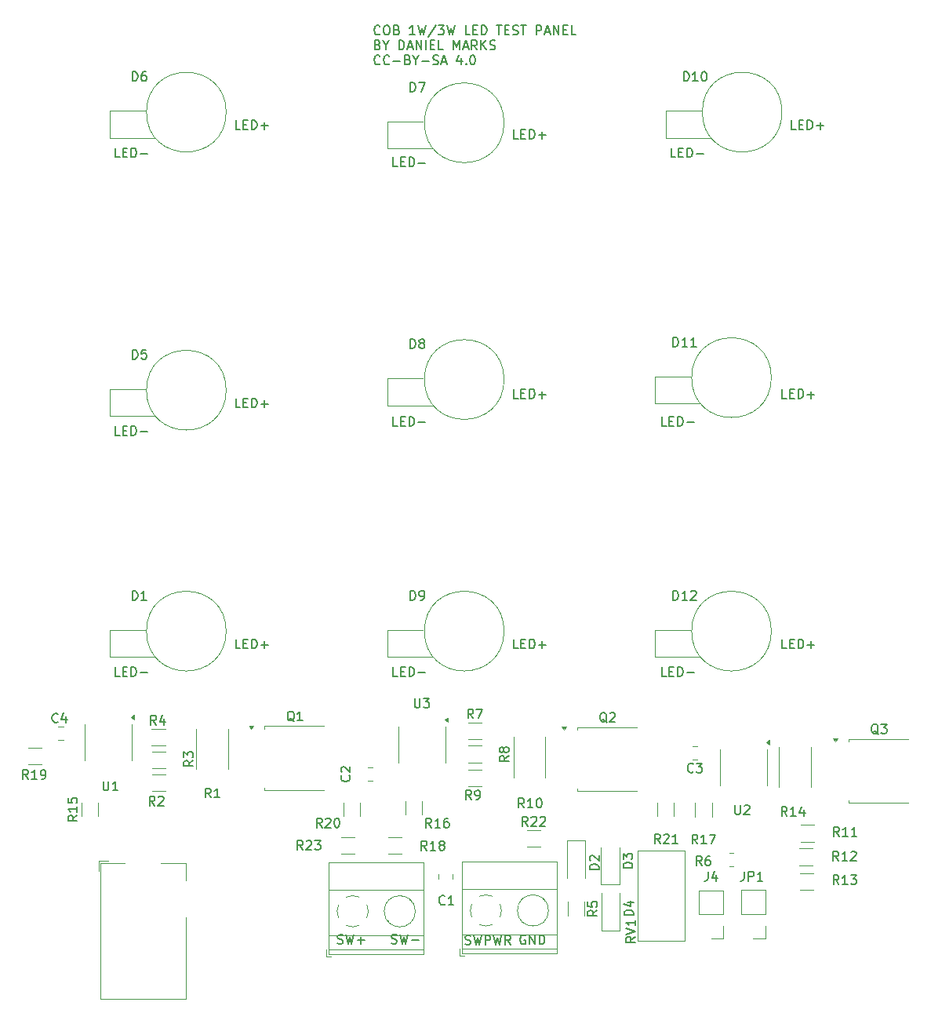
<source format=gbr>
%TF.GenerationSoftware,KiCad,Pcbnew,7.0.11+dfsg-1build4*%
%TF.CreationDate,2025-01-13T22:22:21-06:00*%
%TF.ProjectId,LEDpanel,4c454470-616e-4656-9c2e-6b696361645f,rev?*%
%TF.SameCoordinates,Original*%
%TF.FileFunction,Legend,Top*%
%TF.FilePolarity,Positive*%
%FSLAX46Y46*%
G04 Gerber Fmt 4.6, Leading zero omitted, Abs format (unit mm)*
G04 Created by KiCad (PCBNEW 7.0.11+dfsg-1build4) date 2025-01-13 22:22:21*
%MOMM*%
%LPD*%
G01*
G04 APERTURE LIST*
%ADD10C,0.150000*%
%ADD11C,0.120000*%
G04 APERTURE END LIST*
D10*
X50812969Y-92869819D02*
X50336779Y-92869819D01*
X50336779Y-92869819D02*
X50336779Y-91869819D01*
X51146303Y-92346009D02*
X51479636Y-92346009D01*
X51622493Y-92869819D02*
X51146303Y-92869819D01*
X51146303Y-92869819D02*
X51146303Y-91869819D01*
X51146303Y-91869819D02*
X51622493Y-91869819D01*
X52051065Y-92869819D02*
X52051065Y-91869819D01*
X52051065Y-91869819D02*
X52289160Y-91869819D01*
X52289160Y-91869819D02*
X52432017Y-91917438D01*
X52432017Y-91917438D02*
X52527255Y-92012676D01*
X52527255Y-92012676D02*
X52574874Y-92107914D01*
X52574874Y-92107914D02*
X52622493Y-92298390D01*
X52622493Y-92298390D02*
X52622493Y-92441247D01*
X52622493Y-92441247D02*
X52574874Y-92631723D01*
X52574874Y-92631723D02*
X52527255Y-92726961D01*
X52527255Y-92726961D02*
X52432017Y-92822200D01*
X52432017Y-92822200D02*
X52289160Y-92869819D01*
X52289160Y-92869819D02*
X52051065Y-92869819D01*
X53051065Y-92488866D02*
X53812970Y-92488866D01*
X53432017Y-92869819D02*
X53432017Y-92107914D01*
X50812969Y-66869819D02*
X50336779Y-66869819D01*
X50336779Y-66869819D02*
X50336779Y-65869819D01*
X51146303Y-66346009D02*
X51479636Y-66346009D01*
X51622493Y-66869819D02*
X51146303Y-66869819D01*
X51146303Y-66869819D02*
X51146303Y-65869819D01*
X51146303Y-65869819D02*
X51622493Y-65869819D01*
X52051065Y-66869819D02*
X52051065Y-65869819D01*
X52051065Y-65869819D02*
X52289160Y-65869819D01*
X52289160Y-65869819D02*
X52432017Y-65917438D01*
X52432017Y-65917438D02*
X52527255Y-66012676D01*
X52527255Y-66012676D02*
X52574874Y-66107914D01*
X52574874Y-66107914D02*
X52622493Y-66298390D01*
X52622493Y-66298390D02*
X52622493Y-66441247D01*
X52622493Y-66441247D02*
X52574874Y-66631723D01*
X52574874Y-66631723D02*
X52527255Y-66726961D01*
X52527255Y-66726961D02*
X52432017Y-66822200D01*
X52432017Y-66822200D02*
X52289160Y-66869819D01*
X52289160Y-66869819D02*
X52051065Y-66869819D01*
X53051065Y-66488866D02*
X53812970Y-66488866D01*
X53432017Y-66869819D02*
X53432017Y-66107914D01*
X50812969Y-36869819D02*
X50336779Y-36869819D01*
X50336779Y-36869819D02*
X50336779Y-35869819D01*
X51146303Y-36346009D02*
X51479636Y-36346009D01*
X51622493Y-36869819D02*
X51146303Y-36869819D01*
X51146303Y-36869819D02*
X51146303Y-35869819D01*
X51146303Y-35869819D02*
X51622493Y-35869819D01*
X52051065Y-36869819D02*
X52051065Y-35869819D01*
X52051065Y-35869819D02*
X52289160Y-35869819D01*
X52289160Y-35869819D02*
X52432017Y-35917438D01*
X52432017Y-35917438D02*
X52527255Y-36012676D01*
X52527255Y-36012676D02*
X52574874Y-36107914D01*
X52574874Y-36107914D02*
X52622493Y-36298390D01*
X52622493Y-36298390D02*
X52622493Y-36441247D01*
X52622493Y-36441247D02*
X52574874Y-36631723D01*
X52574874Y-36631723D02*
X52527255Y-36726961D01*
X52527255Y-36726961D02*
X52432017Y-36822200D01*
X52432017Y-36822200D02*
X52289160Y-36869819D01*
X52289160Y-36869819D02*
X52051065Y-36869819D01*
X53051065Y-36488866D02*
X53812970Y-36488866D01*
X53432017Y-36869819D02*
X53432017Y-36107914D01*
X80812969Y-37869819D02*
X80336779Y-37869819D01*
X80336779Y-37869819D02*
X80336779Y-36869819D01*
X81146303Y-37346009D02*
X81479636Y-37346009D01*
X81622493Y-37869819D02*
X81146303Y-37869819D01*
X81146303Y-37869819D02*
X81146303Y-36869819D01*
X81146303Y-36869819D02*
X81622493Y-36869819D01*
X82051065Y-37869819D02*
X82051065Y-36869819D01*
X82051065Y-36869819D02*
X82289160Y-36869819D01*
X82289160Y-36869819D02*
X82432017Y-36917438D01*
X82432017Y-36917438D02*
X82527255Y-37012676D01*
X82527255Y-37012676D02*
X82574874Y-37107914D01*
X82574874Y-37107914D02*
X82622493Y-37298390D01*
X82622493Y-37298390D02*
X82622493Y-37441247D01*
X82622493Y-37441247D02*
X82574874Y-37631723D01*
X82574874Y-37631723D02*
X82527255Y-37726961D01*
X82527255Y-37726961D02*
X82432017Y-37822200D01*
X82432017Y-37822200D02*
X82289160Y-37869819D01*
X82289160Y-37869819D02*
X82051065Y-37869819D01*
X83051065Y-37488866D02*
X83812970Y-37488866D01*
X83432017Y-37869819D02*
X83432017Y-37107914D01*
X80812969Y-65869819D02*
X80336779Y-65869819D01*
X80336779Y-65869819D02*
X80336779Y-64869819D01*
X81146303Y-65346009D02*
X81479636Y-65346009D01*
X81622493Y-65869819D02*
X81146303Y-65869819D01*
X81146303Y-65869819D02*
X81146303Y-64869819D01*
X81146303Y-64869819D02*
X81622493Y-64869819D01*
X82051065Y-65869819D02*
X82051065Y-64869819D01*
X82051065Y-64869819D02*
X82289160Y-64869819D01*
X82289160Y-64869819D02*
X82432017Y-64917438D01*
X82432017Y-64917438D02*
X82527255Y-65012676D01*
X82527255Y-65012676D02*
X82574874Y-65107914D01*
X82574874Y-65107914D02*
X82622493Y-65298390D01*
X82622493Y-65298390D02*
X82622493Y-65441247D01*
X82622493Y-65441247D02*
X82574874Y-65631723D01*
X82574874Y-65631723D02*
X82527255Y-65726961D01*
X82527255Y-65726961D02*
X82432017Y-65822200D01*
X82432017Y-65822200D02*
X82289160Y-65869819D01*
X82289160Y-65869819D02*
X82051065Y-65869819D01*
X83051065Y-65488866D02*
X83812970Y-65488866D01*
X83432017Y-65869819D02*
X83432017Y-65107914D01*
X80812969Y-92869819D02*
X80336779Y-92869819D01*
X80336779Y-92869819D02*
X80336779Y-91869819D01*
X81146303Y-92346009D02*
X81479636Y-92346009D01*
X81622493Y-92869819D02*
X81146303Y-92869819D01*
X81146303Y-92869819D02*
X81146303Y-91869819D01*
X81146303Y-91869819D02*
X81622493Y-91869819D01*
X82051065Y-92869819D02*
X82051065Y-91869819D01*
X82051065Y-91869819D02*
X82289160Y-91869819D01*
X82289160Y-91869819D02*
X82432017Y-91917438D01*
X82432017Y-91917438D02*
X82527255Y-92012676D01*
X82527255Y-92012676D02*
X82574874Y-92107914D01*
X82574874Y-92107914D02*
X82622493Y-92298390D01*
X82622493Y-92298390D02*
X82622493Y-92441247D01*
X82622493Y-92441247D02*
X82574874Y-92631723D01*
X82574874Y-92631723D02*
X82527255Y-92726961D01*
X82527255Y-92726961D02*
X82432017Y-92822200D01*
X82432017Y-92822200D02*
X82289160Y-92869819D01*
X82289160Y-92869819D02*
X82051065Y-92869819D01*
X83051065Y-92488866D02*
X83812970Y-92488866D01*
X83432017Y-92869819D02*
X83432017Y-92107914D01*
X109812969Y-92869819D02*
X109336779Y-92869819D01*
X109336779Y-92869819D02*
X109336779Y-91869819D01*
X110146303Y-92346009D02*
X110479636Y-92346009D01*
X110622493Y-92869819D02*
X110146303Y-92869819D01*
X110146303Y-92869819D02*
X110146303Y-91869819D01*
X110146303Y-91869819D02*
X110622493Y-91869819D01*
X111051065Y-92869819D02*
X111051065Y-91869819D01*
X111051065Y-91869819D02*
X111289160Y-91869819D01*
X111289160Y-91869819D02*
X111432017Y-91917438D01*
X111432017Y-91917438D02*
X111527255Y-92012676D01*
X111527255Y-92012676D02*
X111574874Y-92107914D01*
X111574874Y-92107914D02*
X111622493Y-92298390D01*
X111622493Y-92298390D02*
X111622493Y-92441247D01*
X111622493Y-92441247D02*
X111574874Y-92631723D01*
X111574874Y-92631723D02*
X111527255Y-92726961D01*
X111527255Y-92726961D02*
X111432017Y-92822200D01*
X111432017Y-92822200D02*
X111289160Y-92869819D01*
X111289160Y-92869819D02*
X111051065Y-92869819D01*
X112051065Y-92488866D02*
X112812970Y-92488866D01*
X112432017Y-92869819D02*
X112432017Y-92107914D01*
X109812969Y-65869819D02*
X109336779Y-65869819D01*
X109336779Y-65869819D02*
X109336779Y-64869819D01*
X110146303Y-65346009D02*
X110479636Y-65346009D01*
X110622493Y-65869819D02*
X110146303Y-65869819D01*
X110146303Y-65869819D02*
X110146303Y-64869819D01*
X110146303Y-64869819D02*
X110622493Y-64869819D01*
X111051065Y-65869819D02*
X111051065Y-64869819D01*
X111051065Y-64869819D02*
X111289160Y-64869819D01*
X111289160Y-64869819D02*
X111432017Y-64917438D01*
X111432017Y-64917438D02*
X111527255Y-65012676D01*
X111527255Y-65012676D02*
X111574874Y-65107914D01*
X111574874Y-65107914D02*
X111622493Y-65298390D01*
X111622493Y-65298390D02*
X111622493Y-65441247D01*
X111622493Y-65441247D02*
X111574874Y-65631723D01*
X111574874Y-65631723D02*
X111527255Y-65726961D01*
X111527255Y-65726961D02*
X111432017Y-65822200D01*
X111432017Y-65822200D02*
X111289160Y-65869819D01*
X111289160Y-65869819D02*
X111051065Y-65869819D01*
X112051065Y-65488866D02*
X112812970Y-65488866D01*
X112432017Y-65869819D02*
X112432017Y-65107914D01*
X110812969Y-36869819D02*
X110336779Y-36869819D01*
X110336779Y-36869819D02*
X110336779Y-35869819D01*
X111146303Y-36346009D02*
X111479636Y-36346009D01*
X111622493Y-36869819D02*
X111146303Y-36869819D01*
X111146303Y-36869819D02*
X111146303Y-35869819D01*
X111146303Y-35869819D02*
X111622493Y-35869819D01*
X112051065Y-36869819D02*
X112051065Y-35869819D01*
X112051065Y-35869819D02*
X112289160Y-35869819D01*
X112289160Y-35869819D02*
X112432017Y-35917438D01*
X112432017Y-35917438D02*
X112527255Y-36012676D01*
X112527255Y-36012676D02*
X112574874Y-36107914D01*
X112574874Y-36107914D02*
X112622493Y-36298390D01*
X112622493Y-36298390D02*
X112622493Y-36441247D01*
X112622493Y-36441247D02*
X112574874Y-36631723D01*
X112574874Y-36631723D02*
X112527255Y-36726961D01*
X112527255Y-36726961D02*
X112432017Y-36822200D01*
X112432017Y-36822200D02*
X112289160Y-36869819D01*
X112289160Y-36869819D02*
X112051065Y-36869819D01*
X113051065Y-36488866D02*
X113812970Y-36488866D01*
X113432017Y-36869819D02*
X113432017Y-36107914D01*
X97812969Y-39869819D02*
X97336779Y-39869819D01*
X97336779Y-39869819D02*
X97336779Y-38869819D01*
X98146303Y-39346009D02*
X98479636Y-39346009D01*
X98622493Y-39869819D02*
X98146303Y-39869819D01*
X98146303Y-39869819D02*
X98146303Y-38869819D01*
X98146303Y-38869819D02*
X98622493Y-38869819D01*
X99051065Y-39869819D02*
X99051065Y-38869819D01*
X99051065Y-38869819D02*
X99289160Y-38869819D01*
X99289160Y-38869819D02*
X99432017Y-38917438D01*
X99432017Y-38917438D02*
X99527255Y-39012676D01*
X99527255Y-39012676D02*
X99574874Y-39107914D01*
X99574874Y-39107914D02*
X99622493Y-39298390D01*
X99622493Y-39298390D02*
X99622493Y-39441247D01*
X99622493Y-39441247D02*
X99574874Y-39631723D01*
X99574874Y-39631723D02*
X99527255Y-39726961D01*
X99527255Y-39726961D02*
X99432017Y-39822200D01*
X99432017Y-39822200D02*
X99289160Y-39869819D01*
X99289160Y-39869819D02*
X99051065Y-39869819D01*
X100051065Y-39488866D02*
X100812970Y-39488866D01*
X96812969Y-95869819D02*
X96336779Y-95869819D01*
X96336779Y-95869819D02*
X96336779Y-94869819D01*
X97146303Y-95346009D02*
X97479636Y-95346009D01*
X97622493Y-95869819D02*
X97146303Y-95869819D01*
X97146303Y-95869819D02*
X97146303Y-94869819D01*
X97146303Y-94869819D02*
X97622493Y-94869819D01*
X98051065Y-95869819D02*
X98051065Y-94869819D01*
X98051065Y-94869819D02*
X98289160Y-94869819D01*
X98289160Y-94869819D02*
X98432017Y-94917438D01*
X98432017Y-94917438D02*
X98527255Y-95012676D01*
X98527255Y-95012676D02*
X98574874Y-95107914D01*
X98574874Y-95107914D02*
X98622493Y-95298390D01*
X98622493Y-95298390D02*
X98622493Y-95441247D01*
X98622493Y-95441247D02*
X98574874Y-95631723D01*
X98574874Y-95631723D02*
X98527255Y-95726961D01*
X98527255Y-95726961D02*
X98432017Y-95822200D01*
X98432017Y-95822200D02*
X98289160Y-95869819D01*
X98289160Y-95869819D02*
X98051065Y-95869819D01*
X99051065Y-95488866D02*
X99812970Y-95488866D01*
X96812969Y-68869819D02*
X96336779Y-68869819D01*
X96336779Y-68869819D02*
X96336779Y-67869819D01*
X97146303Y-68346009D02*
X97479636Y-68346009D01*
X97622493Y-68869819D02*
X97146303Y-68869819D01*
X97146303Y-68869819D02*
X97146303Y-67869819D01*
X97146303Y-67869819D02*
X97622493Y-67869819D01*
X98051065Y-68869819D02*
X98051065Y-67869819D01*
X98051065Y-67869819D02*
X98289160Y-67869819D01*
X98289160Y-67869819D02*
X98432017Y-67917438D01*
X98432017Y-67917438D02*
X98527255Y-68012676D01*
X98527255Y-68012676D02*
X98574874Y-68107914D01*
X98574874Y-68107914D02*
X98622493Y-68298390D01*
X98622493Y-68298390D02*
X98622493Y-68441247D01*
X98622493Y-68441247D02*
X98574874Y-68631723D01*
X98574874Y-68631723D02*
X98527255Y-68726961D01*
X98527255Y-68726961D02*
X98432017Y-68822200D01*
X98432017Y-68822200D02*
X98289160Y-68869819D01*
X98289160Y-68869819D02*
X98051065Y-68869819D01*
X99051065Y-68488866D02*
X99812970Y-68488866D01*
X67812969Y-68869819D02*
X67336779Y-68869819D01*
X67336779Y-68869819D02*
X67336779Y-67869819D01*
X68146303Y-68346009D02*
X68479636Y-68346009D01*
X68622493Y-68869819D02*
X68146303Y-68869819D01*
X68146303Y-68869819D02*
X68146303Y-67869819D01*
X68146303Y-67869819D02*
X68622493Y-67869819D01*
X69051065Y-68869819D02*
X69051065Y-67869819D01*
X69051065Y-67869819D02*
X69289160Y-67869819D01*
X69289160Y-67869819D02*
X69432017Y-67917438D01*
X69432017Y-67917438D02*
X69527255Y-68012676D01*
X69527255Y-68012676D02*
X69574874Y-68107914D01*
X69574874Y-68107914D02*
X69622493Y-68298390D01*
X69622493Y-68298390D02*
X69622493Y-68441247D01*
X69622493Y-68441247D02*
X69574874Y-68631723D01*
X69574874Y-68631723D02*
X69527255Y-68726961D01*
X69527255Y-68726961D02*
X69432017Y-68822200D01*
X69432017Y-68822200D02*
X69289160Y-68869819D01*
X69289160Y-68869819D02*
X69051065Y-68869819D01*
X70051065Y-68488866D02*
X70812970Y-68488866D01*
X67812969Y-95869819D02*
X67336779Y-95869819D01*
X67336779Y-95869819D02*
X67336779Y-94869819D01*
X68146303Y-95346009D02*
X68479636Y-95346009D01*
X68622493Y-95869819D02*
X68146303Y-95869819D01*
X68146303Y-95869819D02*
X68146303Y-94869819D01*
X68146303Y-94869819D02*
X68622493Y-94869819D01*
X69051065Y-95869819D02*
X69051065Y-94869819D01*
X69051065Y-94869819D02*
X69289160Y-94869819D01*
X69289160Y-94869819D02*
X69432017Y-94917438D01*
X69432017Y-94917438D02*
X69527255Y-95012676D01*
X69527255Y-95012676D02*
X69574874Y-95107914D01*
X69574874Y-95107914D02*
X69622493Y-95298390D01*
X69622493Y-95298390D02*
X69622493Y-95441247D01*
X69622493Y-95441247D02*
X69574874Y-95631723D01*
X69574874Y-95631723D02*
X69527255Y-95726961D01*
X69527255Y-95726961D02*
X69432017Y-95822200D01*
X69432017Y-95822200D02*
X69289160Y-95869819D01*
X69289160Y-95869819D02*
X69051065Y-95869819D01*
X70051065Y-95488866D02*
X70812970Y-95488866D01*
X37812969Y-95869819D02*
X37336779Y-95869819D01*
X37336779Y-95869819D02*
X37336779Y-94869819D01*
X38146303Y-95346009D02*
X38479636Y-95346009D01*
X38622493Y-95869819D02*
X38146303Y-95869819D01*
X38146303Y-95869819D02*
X38146303Y-94869819D01*
X38146303Y-94869819D02*
X38622493Y-94869819D01*
X39051065Y-95869819D02*
X39051065Y-94869819D01*
X39051065Y-94869819D02*
X39289160Y-94869819D01*
X39289160Y-94869819D02*
X39432017Y-94917438D01*
X39432017Y-94917438D02*
X39527255Y-95012676D01*
X39527255Y-95012676D02*
X39574874Y-95107914D01*
X39574874Y-95107914D02*
X39622493Y-95298390D01*
X39622493Y-95298390D02*
X39622493Y-95441247D01*
X39622493Y-95441247D02*
X39574874Y-95631723D01*
X39574874Y-95631723D02*
X39527255Y-95726961D01*
X39527255Y-95726961D02*
X39432017Y-95822200D01*
X39432017Y-95822200D02*
X39289160Y-95869819D01*
X39289160Y-95869819D02*
X39051065Y-95869819D01*
X40051065Y-95488866D02*
X40812970Y-95488866D01*
X37812969Y-69869819D02*
X37336779Y-69869819D01*
X37336779Y-69869819D02*
X37336779Y-68869819D01*
X38146303Y-69346009D02*
X38479636Y-69346009D01*
X38622493Y-69869819D02*
X38146303Y-69869819D01*
X38146303Y-69869819D02*
X38146303Y-68869819D01*
X38146303Y-68869819D02*
X38622493Y-68869819D01*
X39051065Y-69869819D02*
X39051065Y-68869819D01*
X39051065Y-68869819D02*
X39289160Y-68869819D01*
X39289160Y-68869819D02*
X39432017Y-68917438D01*
X39432017Y-68917438D02*
X39527255Y-69012676D01*
X39527255Y-69012676D02*
X39574874Y-69107914D01*
X39574874Y-69107914D02*
X39622493Y-69298390D01*
X39622493Y-69298390D02*
X39622493Y-69441247D01*
X39622493Y-69441247D02*
X39574874Y-69631723D01*
X39574874Y-69631723D02*
X39527255Y-69726961D01*
X39527255Y-69726961D02*
X39432017Y-69822200D01*
X39432017Y-69822200D02*
X39289160Y-69869819D01*
X39289160Y-69869819D02*
X39051065Y-69869819D01*
X40051065Y-69488866D02*
X40812970Y-69488866D01*
X37812969Y-39869819D02*
X37336779Y-39869819D01*
X37336779Y-39869819D02*
X37336779Y-38869819D01*
X38146303Y-39346009D02*
X38479636Y-39346009D01*
X38622493Y-39869819D02*
X38146303Y-39869819D01*
X38146303Y-39869819D02*
X38146303Y-38869819D01*
X38146303Y-38869819D02*
X38622493Y-38869819D01*
X39051065Y-39869819D02*
X39051065Y-38869819D01*
X39051065Y-38869819D02*
X39289160Y-38869819D01*
X39289160Y-38869819D02*
X39432017Y-38917438D01*
X39432017Y-38917438D02*
X39527255Y-39012676D01*
X39527255Y-39012676D02*
X39574874Y-39107914D01*
X39574874Y-39107914D02*
X39622493Y-39298390D01*
X39622493Y-39298390D02*
X39622493Y-39441247D01*
X39622493Y-39441247D02*
X39574874Y-39631723D01*
X39574874Y-39631723D02*
X39527255Y-39726961D01*
X39527255Y-39726961D02*
X39432017Y-39822200D01*
X39432017Y-39822200D02*
X39289160Y-39869819D01*
X39289160Y-39869819D02*
X39051065Y-39869819D01*
X40051065Y-39488866D02*
X40812970Y-39488866D01*
X67812969Y-40869819D02*
X67336779Y-40869819D01*
X67336779Y-40869819D02*
X67336779Y-39869819D01*
X68146303Y-40346009D02*
X68479636Y-40346009D01*
X68622493Y-40869819D02*
X68146303Y-40869819D01*
X68146303Y-40869819D02*
X68146303Y-39869819D01*
X68146303Y-39869819D02*
X68622493Y-39869819D01*
X69051065Y-40869819D02*
X69051065Y-39869819D01*
X69051065Y-39869819D02*
X69289160Y-39869819D01*
X69289160Y-39869819D02*
X69432017Y-39917438D01*
X69432017Y-39917438D02*
X69527255Y-40012676D01*
X69527255Y-40012676D02*
X69574874Y-40107914D01*
X69574874Y-40107914D02*
X69622493Y-40298390D01*
X69622493Y-40298390D02*
X69622493Y-40441247D01*
X69622493Y-40441247D02*
X69574874Y-40631723D01*
X69574874Y-40631723D02*
X69527255Y-40726961D01*
X69527255Y-40726961D02*
X69432017Y-40822200D01*
X69432017Y-40822200D02*
X69289160Y-40869819D01*
X69289160Y-40869819D02*
X69051065Y-40869819D01*
X70051065Y-40488866D02*
X70812970Y-40488866D01*
X65908207Y-26554580D02*
X65860588Y-26602200D01*
X65860588Y-26602200D02*
X65717731Y-26649819D01*
X65717731Y-26649819D02*
X65622493Y-26649819D01*
X65622493Y-26649819D02*
X65479636Y-26602200D01*
X65479636Y-26602200D02*
X65384398Y-26506961D01*
X65384398Y-26506961D02*
X65336779Y-26411723D01*
X65336779Y-26411723D02*
X65289160Y-26221247D01*
X65289160Y-26221247D02*
X65289160Y-26078390D01*
X65289160Y-26078390D02*
X65336779Y-25887914D01*
X65336779Y-25887914D02*
X65384398Y-25792676D01*
X65384398Y-25792676D02*
X65479636Y-25697438D01*
X65479636Y-25697438D02*
X65622493Y-25649819D01*
X65622493Y-25649819D02*
X65717731Y-25649819D01*
X65717731Y-25649819D02*
X65860588Y-25697438D01*
X65860588Y-25697438D02*
X65908207Y-25745057D01*
X66527255Y-25649819D02*
X66717731Y-25649819D01*
X66717731Y-25649819D02*
X66812969Y-25697438D01*
X66812969Y-25697438D02*
X66908207Y-25792676D01*
X66908207Y-25792676D02*
X66955826Y-25983152D01*
X66955826Y-25983152D02*
X66955826Y-26316485D01*
X66955826Y-26316485D02*
X66908207Y-26506961D01*
X66908207Y-26506961D02*
X66812969Y-26602200D01*
X66812969Y-26602200D02*
X66717731Y-26649819D01*
X66717731Y-26649819D02*
X66527255Y-26649819D01*
X66527255Y-26649819D02*
X66432017Y-26602200D01*
X66432017Y-26602200D02*
X66336779Y-26506961D01*
X66336779Y-26506961D02*
X66289160Y-26316485D01*
X66289160Y-26316485D02*
X66289160Y-25983152D01*
X66289160Y-25983152D02*
X66336779Y-25792676D01*
X66336779Y-25792676D02*
X66432017Y-25697438D01*
X66432017Y-25697438D02*
X66527255Y-25649819D01*
X67717731Y-26126009D02*
X67860588Y-26173628D01*
X67860588Y-26173628D02*
X67908207Y-26221247D01*
X67908207Y-26221247D02*
X67955826Y-26316485D01*
X67955826Y-26316485D02*
X67955826Y-26459342D01*
X67955826Y-26459342D02*
X67908207Y-26554580D01*
X67908207Y-26554580D02*
X67860588Y-26602200D01*
X67860588Y-26602200D02*
X67765350Y-26649819D01*
X67765350Y-26649819D02*
X67384398Y-26649819D01*
X67384398Y-26649819D02*
X67384398Y-25649819D01*
X67384398Y-25649819D02*
X67717731Y-25649819D01*
X67717731Y-25649819D02*
X67812969Y-25697438D01*
X67812969Y-25697438D02*
X67860588Y-25745057D01*
X67860588Y-25745057D02*
X67908207Y-25840295D01*
X67908207Y-25840295D02*
X67908207Y-25935533D01*
X67908207Y-25935533D02*
X67860588Y-26030771D01*
X67860588Y-26030771D02*
X67812969Y-26078390D01*
X67812969Y-26078390D02*
X67717731Y-26126009D01*
X67717731Y-26126009D02*
X67384398Y-26126009D01*
X69670112Y-26649819D02*
X69098684Y-26649819D01*
X69384398Y-26649819D02*
X69384398Y-25649819D01*
X69384398Y-25649819D02*
X69289160Y-25792676D01*
X69289160Y-25792676D02*
X69193922Y-25887914D01*
X69193922Y-25887914D02*
X69098684Y-25935533D01*
X70003446Y-25649819D02*
X70241541Y-26649819D01*
X70241541Y-26649819D02*
X70432017Y-25935533D01*
X70432017Y-25935533D02*
X70622493Y-26649819D01*
X70622493Y-26649819D02*
X70860589Y-25649819D01*
X71955826Y-25602200D02*
X71098684Y-26887914D01*
X72193922Y-25649819D02*
X72812969Y-25649819D01*
X72812969Y-25649819D02*
X72479636Y-26030771D01*
X72479636Y-26030771D02*
X72622493Y-26030771D01*
X72622493Y-26030771D02*
X72717731Y-26078390D01*
X72717731Y-26078390D02*
X72765350Y-26126009D01*
X72765350Y-26126009D02*
X72812969Y-26221247D01*
X72812969Y-26221247D02*
X72812969Y-26459342D01*
X72812969Y-26459342D02*
X72765350Y-26554580D01*
X72765350Y-26554580D02*
X72717731Y-26602200D01*
X72717731Y-26602200D02*
X72622493Y-26649819D01*
X72622493Y-26649819D02*
X72336779Y-26649819D01*
X72336779Y-26649819D02*
X72241541Y-26602200D01*
X72241541Y-26602200D02*
X72193922Y-26554580D01*
X73146303Y-25649819D02*
X73384398Y-26649819D01*
X73384398Y-26649819D02*
X73574874Y-25935533D01*
X73574874Y-25935533D02*
X73765350Y-26649819D01*
X73765350Y-26649819D02*
X74003446Y-25649819D01*
X75622493Y-26649819D02*
X75146303Y-26649819D01*
X75146303Y-26649819D02*
X75146303Y-25649819D01*
X75955827Y-26126009D02*
X76289160Y-26126009D01*
X76432017Y-26649819D02*
X75955827Y-26649819D01*
X75955827Y-26649819D02*
X75955827Y-25649819D01*
X75955827Y-25649819D02*
X76432017Y-25649819D01*
X76860589Y-26649819D02*
X76860589Y-25649819D01*
X76860589Y-25649819D02*
X77098684Y-25649819D01*
X77098684Y-25649819D02*
X77241541Y-25697438D01*
X77241541Y-25697438D02*
X77336779Y-25792676D01*
X77336779Y-25792676D02*
X77384398Y-25887914D01*
X77384398Y-25887914D02*
X77432017Y-26078390D01*
X77432017Y-26078390D02*
X77432017Y-26221247D01*
X77432017Y-26221247D02*
X77384398Y-26411723D01*
X77384398Y-26411723D02*
X77336779Y-26506961D01*
X77336779Y-26506961D02*
X77241541Y-26602200D01*
X77241541Y-26602200D02*
X77098684Y-26649819D01*
X77098684Y-26649819D02*
X76860589Y-26649819D01*
X78479637Y-25649819D02*
X79051065Y-25649819D01*
X78765351Y-26649819D02*
X78765351Y-25649819D01*
X79384399Y-26126009D02*
X79717732Y-26126009D01*
X79860589Y-26649819D02*
X79384399Y-26649819D01*
X79384399Y-26649819D02*
X79384399Y-25649819D01*
X79384399Y-25649819D02*
X79860589Y-25649819D01*
X80241542Y-26602200D02*
X80384399Y-26649819D01*
X80384399Y-26649819D02*
X80622494Y-26649819D01*
X80622494Y-26649819D02*
X80717732Y-26602200D01*
X80717732Y-26602200D02*
X80765351Y-26554580D01*
X80765351Y-26554580D02*
X80812970Y-26459342D01*
X80812970Y-26459342D02*
X80812970Y-26364104D01*
X80812970Y-26364104D02*
X80765351Y-26268866D01*
X80765351Y-26268866D02*
X80717732Y-26221247D01*
X80717732Y-26221247D02*
X80622494Y-26173628D01*
X80622494Y-26173628D02*
X80432018Y-26126009D01*
X80432018Y-26126009D02*
X80336780Y-26078390D01*
X80336780Y-26078390D02*
X80289161Y-26030771D01*
X80289161Y-26030771D02*
X80241542Y-25935533D01*
X80241542Y-25935533D02*
X80241542Y-25840295D01*
X80241542Y-25840295D02*
X80289161Y-25745057D01*
X80289161Y-25745057D02*
X80336780Y-25697438D01*
X80336780Y-25697438D02*
X80432018Y-25649819D01*
X80432018Y-25649819D02*
X80670113Y-25649819D01*
X80670113Y-25649819D02*
X80812970Y-25697438D01*
X81098685Y-25649819D02*
X81670113Y-25649819D01*
X81384399Y-26649819D02*
X81384399Y-25649819D01*
X82765352Y-26649819D02*
X82765352Y-25649819D01*
X82765352Y-25649819D02*
X83146304Y-25649819D01*
X83146304Y-25649819D02*
X83241542Y-25697438D01*
X83241542Y-25697438D02*
X83289161Y-25745057D01*
X83289161Y-25745057D02*
X83336780Y-25840295D01*
X83336780Y-25840295D02*
X83336780Y-25983152D01*
X83336780Y-25983152D02*
X83289161Y-26078390D01*
X83289161Y-26078390D02*
X83241542Y-26126009D01*
X83241542Y-26126009D02*
X83146304Y-26173628D01*
X83146304Y-26173628D02*
X82765352Y-26173628D01*
X83717733Y-26364104D02*
X84193923Y-26364104D01*
X83622495Y-26649819D02*
X83955828Y-25649819D01*
X83955828Y-25649819D02*
X84289161Y-26649819D01*
X84622495Y-26649819D02*
X84622495Y-25649819D01*
X84622495Y-25649819D02*
X85193923Y-26649819D01*
X85193923Y-26649819D02*
X85193923Y-25649819D01*
X85670114Y-26126009D02*
X86003447Y-26126009D01*
X86146304Y-26649819D02*
X85670114Y-26649819D01*
X85670114Y-26649819D02*
X85670114Y-25649819D01*
X85670114Y-25649819D02*
X86146304Y-25649819D01*
X87051066Y-26649819D02*
X86574876Y-26649819D01*
X86574876Y-26649819D02*
X86574876Y-25649819D01*
X65670112Y-27736009D02*
X65812969Y-27783628D01*
X65812969Y-27783628D02*
X65860588Y-27831247D01*
X65860588Y-27831247D02*
X65908207Y-27926485D01*
X65908207Y-27926485D02*
X65908207Y-28069342D01*
X65908207Y-28069342D02*
X65860588Y-28164580D01*
X65860588Y-28164580D02*
X65812969Y-28212200D01*
X65812969Y-28212200D02*
X65717731Y-28259819D01*
X65717731Y-28259819D02*
X65336779Y-28259819D01*
X65336779Y-28259819D02*
X65336779Y-27259819D01*
X65336779Y-27259819D02*
X65670112Y-27259819D01*
X65670112Y-27259819D02*
X65765350Y-27307438D01*
X65765350Y-27307438D02*
X65812969Y-27355057D01*
X65812969Y-27355057D02*
X65860588Y-27450295D01*
X65860588Y-27450295D02*
X65860588Y-27545533D01*
X65860588Y-27545533D02*
X65812969Y-27640771D01*
X65812969Y-27640771D02*
X65765350Y-27688390D01*
X65765350Y-27688390D02*
X65670112Y-27736009D01*
X65670112Y-27736009D02*
X65336779Y-27736009D01*
X66527255Y-27783628D02*
X66527255Y-28259819D01*
X66193922Y-27259819D02*
X66527255Y-27783628D01*
X66527255Y-27783628D02*
X66860588Y-27259819D01*
X67955827Y-28259819D02*
X67955827Y-27259819D01*
X67955827Y-27259819D02*
X68193922Y-27259819D01*
X68193922Y-27259819D02*
X68336779Y-27307438D01*
X68336779Y-27307438D02*
X68432017Y-27402676D01*
X68432017Y-27402676D02*
X68479636Y-27497914D01*
X68479636Y-27497914D02*
X68527255Y-27688390D01*
X68527255Y-27688390D02*
X68527255Y-27831247D01*
X68527255Y-27831247D02*
X68479636Y-28021723D01*
X68479636Y-28021723D02*
X68432017Y-28116961D01*
X68432017Y-28116961D02*
X68336779Y-28212200D01*
X68336779Y-28212200D02*
X68193922Y-28259819D01*
X68193922Y-28259819D02*
X67955827Y-28259819D01*
X68908208Y-27974104D02*
X69384398Y-27974104D01*
X68812970Y-28259819D02*
X69146303Y-27259819D01*
X69146303Y-27259819D02*
X69479636Y-28259819D01*
X69812970Y-28259819D02*
X69812970Y-27259819D01*
X69812970Y-27259819D02*
X70384398Y-28259819D01*
X70384398Y-28259819D02*
X70384398Y-27259819D01*
X70860589Y-28259819D02*
X70860589Y-27259819D01*
X71336779Y-27736009D02*
X71670112Y-27736009D01*
X71812969Y-28259819D02*
X71336779Y-28259819D01*
X71336779Y-28259819D02*
X71336779Y-27259819D01*
X71336779Y-27259819D02*
X71812969Y-27259819D01*
X72717731Y-28259819D02*
X72241541Y-28259819D01*
X72241541Y-28259819D02*
X72241541Y-27259819D01*
X73812970Y-28259819D02*
X73812970Y-27259819D01*
X73812970Y-27259819D02*
X74146303Y-27974104D01*
X74146303Y-27974104D02*
X74479636Y-27259819D01*
X74479636Y-27259819D02*
X74479636Y-28259819D01*
X74908208Y-27974104D02*
X75384398Y-27974104D01*
X74812970Y-28259819D02*
X75146303Y-27259819D01*
X75146303Y-27259819D02*
X75479636Y-28259819D01*
X76384398Y-28259819D02*
X76051065Y-27783628D01*
X75812970Y-28259819D02*
X75812970Y-27259819D01*
X75812970Y-27259819D02*
X76193922Y-27259819D01*
X76193922Y-27259819D02*
X76289160Y-27307438D01*
X76289160Y-27307438D02*
X76336779Y-27355057D01*
X76336779Y-27355057D02*
X76384398Y-27450295D01*
X76384398Y-27450295D02*
X76384398Y-27593152D01*
X76384398Y-27593152D02*
X76336779Y-27688390D01*
X76336779Y-27688390D02*
X76289160Y-27736009D01*
X76289160Y-27736009D02*
X76193922Y-27783628D01*
X76193922Y-27783628D02*
X75812970Y-27783628D01*
X76812970Y-28259819D02*
X76812970Y-27259819D01*
X77384398Y-28259819D02*
X76955827Y-27688390D01*
X77384398Y-27259819D02*
X76812970Y-27831247D01*
X77765351Y-28212200D02*
X77908208Y-28259819D01*
X77908208Y-28259819D02*
X78146303Y-28259819D01*
X78146303Y-28259819D02*
X78241541Y-28212200D01*
X78241541Y-28212200D02*
X78289160Y-28164580D01*
X78289160Y-28164580D02*
X78336779Y-28069342D01*
X78336779Y-28069342D02*
X78336779Y-27974104D01*
X78336779Y-27974104D02*
X78289160Y-27878866D01*
X78289160Y-27878866D02*
X78241541Y-27831247D01*
X78241541Y-27831247D02*
X78146303Y-27783628D01*
X78146303Y-27783628D02*
X77955827Y-27736009D01*
X77955827Y-27736009D02*
X77860589Y-27688390D01*
X77860589Y-27688390D02*
X77812970Y-27640771D01*
X77812970Y-27640771D02*
X77765351Y-27545533D01*
X77765351Y-27545533D02*
X77765351Y-27450295D01*
X77765351Y-27450295D02*
X77812970Y-27355057D01*
X77812970Y-27355057D02*
X77860589Y-27307438D01*
X77860589Y-27307438D02*
X77955827Y-27259819D01*
X77955827Y-27259819D02*
X78193922Y-27259819D01*
X78193922Y-27259819D02*
X78336779Y-27307438D01*
X65908207Y-29774580D02*
X65860588Y-29822200D01*
X65860588Y-29822200D02*
X65717731Y-29869819D01*
X65717731Y-29869819D02*
X65622493Y-29869819D01*
X65622493Y-29869819D02*
X65479636Y-29822200D01*
X65479636Y-29822200D02*
X65384398Y-29726961D01*
X65384398Y-29726961D02*
X65336779Y-29631723D01*
X65336779Y-29631723D02*
X65289160Y-29441247D01*
X65289160Y-29441247D02*
X65289160Y-29298390D01*
X65289160Y-29298390D02*
X65336779Y-29107914D01*
X65336779Y-29107914D02*
X65384398Y-29012676D01*
X65384398Y-29012676D02*
X65479636Y-28917438D01*
X65479636Y-28917438D02*
X65622493Y-28869819D01*
X65622493Y-28869819D02*
X65717731Y-28869819D01*
X65717731Y-28869819D02*
X65860588Y-28917438D01*
X65860588Y-28917438D02*
X65908207Y-28965057D01*
X66908207Y-29774580D02*
X66860588Y-29822200D01*
X66860588Y-29822200D02*
X66717731Y-29869819D01*
X66717731Y-29869819D02*
X66622493Y-29869819D01*
X66622493Y-29869819D02*
X66479636Y-29822200D01*
X66479636Y-29822200D02*
X66384398Y-29726961D01*
X66384398Y-29726961D02*
X66336779Y-29631723D01*
X66336779Y-29631723D02*
X66289160Y-29441247D01*
X66289160Y-29441247D02*
X66289160Y-29298390D01*
X66289160Y-29298390D02*
X66336779Y-29107914D01*
X66336779Y-29107914D02*
X66384398Y-29012676D01*
X66384398Y-29012676D02*
X66479636Y-28917438D01*
X66479636Y-28917438D02*
X66622493Y-28869819D01*
X66622493Y-28869819D02*
X66717731Y-28869819D01*
X66717731Y-28869819D02*
X66860588Y-28917438D01*
X66860588Y-28917438D02*
X66908207Y-28965057D01*
X67336779Y-29488866D02*
X68098684Y-29488866D01*
X68908207Y-29346009D02*
X69051064Y-29393628D01*
X69051064Y-29393628D02*
X69098683Y-29441247D01*
X69098683Y-29441247D02*
X69146302Y-29536485D01*
X69146302Y-29536485D02*
X69146302Y-29679342D01*
X69146302Y-29679342D02*
X69098683Y-29774580D01*
X69098683Y-29774580D02*
X69051064Y-29822200D01*
X69051064Y-29822200D02*
X68955826Y-29869819D01*
X68955826Y-29869819D02*
X68574874Y-29869819D01*
X68574874Y-29869819D02*
X68574874Y-28869819D01*
X68574874Y-28869819D02*
X68908207Y-28869819D01*
X68908207Y-28869819D02*
X69003445Y-28917438D01*
X69003445Y-28917438D02*
X69051064Y-28965057D01*
X69051064Y-28965057D02*
X69098683Y-29060295D01*
X69098683Y-29060295D02*
X69098683Y-29155533D01*
X69098683Y-29155533D02*
X69051064Y-29250771D01*
X69051064Y-29250771D02*
X69003445Y-29298390D01*
X69003445Y-29298390D02*
X68908207Y-29346009D01*
X68908207Y-29346009D02*
X68574874Y-29346009D01*
X69765350Y-29393628D02*
X69765350Y-29869819D01*
X69432017Y-28869819D02*
X69765350Y-29393628D01*
X69765350Y-29393628D02*
X70098683Y-28869819D01*
X70432017Y-29488866D02*
X71193922Y-29488866D01*
X71622493Y-29822200D02*
X71765350Y-29869819D01*
X71765350Y-29869819D02*
X72003445Y-29869819D01*
X72003445Y-29869819D02*
X72098683Y-29822200D01*
X72098683Y-29822200D02*
X72146302Y-29774580D01*
X72146302Y-29774580D02*
X72193921Y-29679342D01*
X72193921Y-29679342D02*
X72193921Y-29584104D01*
X72193921Y-29584104D02*
X72146302Y-29488866D01*
X72146302Y-29488866D02*
X72098683Y-29441247D01*
X72098683Y-29441247D02*
X72003445Y-29393628D01*
X72003445Y-29393628D02*
X71812969Y-29346009D01*
X71812969Y-29346009D02*
X71717731Y-29298390D01*
X71717731Y-29298390D02*
X71670112Y-29250771D01*
X71670112Y-29250771D02*
X71622493Y-29155533D01*
X71622493Y-29155533D02*
X71622493Y-29060295D01*
X71622493Y-29060295D02*
X71670112Y-28965057D01*
X71670112Y-28965057D02*
X71717731Y-28917438D01*
X71717731Y-28917438D02*
X71812969Y-28869819D01*
X71812969Y-28869819D02*
X72051064Y-28869819D01*
X72051064Y-28869819D02*
X72193921Y-28917438D01*
X72574874Y-29584104D02*
X73051064Y-29584104D01*
X72479636Y-29869819D02*
X72812969Y-28869819D01*
X72812969Y-28869819D02*
X73146302Y-29869819D01*
X74670112Y-29203152D02*
X74670112Y-29869819D01*
X74432017Y-28822200D02*
X74193922Y-29536485D01*
X74193922Y-29536485D02*
X74812969Y-29536485D01*
X75193922Y-29774580D02*
X75241541Y-29822200D01*
X75241541Y-29822200D02*
X75193922Y-29869819D01*
X75193922Y-29869819D02*
X75146303Y-29822200D01*
X75146303Y-29822200D02*
X75193922Y-29774580D01*
X75193922Y-29774580D02*
X75193922Y-29869819D01*
X75860588Y-28869819D02*
X75955826Y-28869819D01*
X75955826Y-28869819D02*
X76051064Y-28917438D01*
X76051064Y-28917438D02*
X76098683Y-28965057D01*
X76098683Y-28965057D02*
X76146302Y-29060295D01*
X76146302Y-29060295D02*
X76193921Y-29250771D01*
X76193921Y-29250771D02*
X76193921Y-29488866D01*
X76193921Y-29488866D02*
X76146302Y-29679342D01*
X76146302Y-29679342D02*
X76098683Y-29774580D01*
X76098683Y-29774580D02*
X76051064Y-29822200D01*
X76051064Y-29822200D02*
X75955826Y-29869819D01*
X75955826Y-29869819D02*
X75860588Y-29869819D01*
X75860588Y-29869819D02*
X75765350Y-29822200D01*
X75765350Y-29822200D02*
X75717731Y-29774580D01*
X75717731Y-29774580D02*
X75670112Y-29679342D01*
X75670112Y-29679342D02*
X75622493Y-29488866D01*
X75622493Y-29488866D02*
X75622493Y-29250771D01*
X75622493Y-29250771D02*
X75670112Y-29060295D01*
X75670112Y-29060295D02*
X75717731Y-28965057D01*
X75717731Y-28965057D02*
X75765350Y-28917438D01*
X75765350Y-28917438D02*
X75860588Y-28869819D01*
X67153810Y-124677200D02*
X67296667Y-124724819D01*
X67296667Y-124724819D02*
X67534762Y-124724819D01*
X67534762Y-124724819D02*
X67630000Y-124677200D01*
X67630000Y-124677200D02*
X67677619Y-124629580D01*
X67677619Y-124629580D02*
X67725238Y-124534342D01*
X67725238Y-124534342D02*
X67725238Y-124439104D01*
X67725238Y-124439104D02*
X67677619Y-124343866D01*
X67677619Y-124343866D02*
X67630000Y-124296247D01*
X67630000Y-124296247D02*
X67534762Y-124248628D01*
X67534762Y-124248628D02*
X67344286Y-124201009D01*
X67344286Y-124201009D02*
X67249048Y-124153390D01*
X67249048Y-124153390D02*
X67201429Y-124105771D01*
X67201429Y-124105771D02*
X67153810Y-124010533D01*
X67153810Y-124010533D02*
X67153810Y-123915295D01*
X67153810Y-123915295D02*
X67201429Y-123820057D01*
X67201429Y-123820057D02*
X67249048Y-123772438D01*
X67249048Y-123772438D02*
X67344286Y-123724819D01*
X67344286Y-123724819D02*
X67582381Y-123724819D01*
X67582381Y-123724819D02*
X67725238Y-123772438D01*
X68058572Y-123724819D02*
X68296667Y-124724819D01*
X68296667Y-124724819D02*
X68487143Y-124010533D01*
X68487143Y-124010533D02*
X68677619Y-124724819D01*
X68677619Y-124724819D02*
X68915715Y-123724819D01*
X69296667Y-124343866D02*
X70058572Y-124343866D01*
X81588095Y-123832438D02*
X81492857Y-123784819D01*
X81492857Y-123784819D02*
X81350000Y-123784819D01*
X81350000Y-123784819D02*
X81207143Y-123832438D01*
X81207143Y-123832438D02*
X81111905Y-123927676D01*
X81111905Y-123927676D02*
X81064286Y-124022914D01*
X81064286Y-124022914D02*
X81016667Y-124213390D01*
X81016667Y-124213390D02*
X81016667Y-124356247D01*
X81016667Y-124356247D02*
X81064286Y-124546723D01*
X81064286Y-124546723D02*
X81111905Y-124641961D01*
X81111905Y-124641961D02*
X81207143Y-124737200D01*
X81207143Y-124737200D02*
X81350000Y-124784819D01*
X81350000Y-124784819D02*
X81445238Y-124784819D01*
X81445238Y-124784819D02*
X81588095Y-124737200D01*
X81588095Y-124737200D02*
X81635714Y-124689580D01*
X81635714Y-124689580D02*
X81635714Y-124356247D01*
X81635714Y-124356247D02*
X81445238Y-124356247D01*
X82064286Y-124784819D02*
X82064286Y-123784819D01*
X82064286Y-123784819D02*
X82635714Y-124784819D01*
X82635714Y-124784819D02*
X82635714Y-123784819D01*
X83111905Y-124784819D02*
X83111905Y-123784819D01*
X83111905Y-123784819D02*
X83350000Y-123784819D01*
X83350000Y-123784819D02*
X83492857Y-123832438D01*
X83492857Y-123832438D02*
X83588095Y-123927676D01*
X83588095Y-123927676D02*
X83635714Y-124022914D01*
X83635714Y-124022914D02*
X83683333Y-124213390D01*
X83683333Y-124213390D02*
X83683333Y-124356247D01*
X83683333Y-124356247D02*
X83635714Y-124546723D01*
X83635714Y-124546723D02*
X83588095Y-124641961D01*
X83588095Y-124641961D02*
X83492857Y-124737200D01*
X83492857Y-124737200D02*
X83350000Y-124784819D01*
X83350000Y-124784819D02*
X83111905Y-124784819D01*
X75121429Y-124777200D02*
X75264286Y-124824819D01*
X75264286Y-124824819D02*
X75502381Y-124824819D01*
X75502381Y-124824819D02*
X75597619Y-124777200D01*
X75597619Y-124777200D02*
X75645238Y-124729580D01*
X75645238Y-124729580D02*
X75692857Y-124634342D01*
X75692857Y-124634342D02*
X75692857Y-124539104D01*
X75692857Y-124539104D02*
X75645238Y-124443866D01*
X75645238Y-124443866D02*
X75597619Y-124396247D01*
X75597619Y-124396247D02*
X75502381Y-124348628D01*
X75502381Y-124348628D02*
X75311905Y-124301009D01*
X75311905Y-124301009D02*
X75216667Y-124253390D01*
X75216667Y-124253390D02*
X75169048Y-124205771D01*
X75169048Y-124205771D02*
X75121429Y-124110533D01*
X75121429Y-124110533D02*
X75121429Y-124015295D01*
X75121429Y-124015295D02*
X75169048Y-123920057D01*
X75169048Y-123920057D02*
X75216667Y-123872438D01*
X75216667Y-123872438D02*
X75311905Y-123824819D01*
X75311905Y-123824819D02*
X75550000Y-123824819D01*
X75550000Y-123824819D02*
X75692857Y-123872438D01*
X76026191Y-123824819D02*
X76264286Y-124824819D01*
X76264286Y-124824819D02*
X76454762Y-124110533D01*
X76454762Y-124110533D02*
X76645238Y-124824819D01*
X76645238Y-124824819D02*
X76883334Y-123824819D01*
X77264286Y-124824819D02*
X77264286Y-123824819D01*
X77264286Y-123824819D02*
X77645238Y-123824819D01*
X77645238Y-123824819D02*
X77740476Y-123872438D01*
X77740476Y-123872438D02*
X77788095Y-123920057D01*
X77788095Y-123920057D02*
X77835714Y-124015295D01*
X77835714Y-124015295D02*
X77835714Y-124158152D01*
X77835714Y-124158152D02*
X77788095Y-124253390D01*
X77788095Y-124253390D02*
X77740476Y-124301009D01*
X77740476Y-124301009D02*
X77645238Y-124348628D01*
X77645238Y-124348628D02*
X77264286Y-124348628D01*
X78169048Y-123824819D02*
X78407143Y-124824819D01*
X78407143Y-124824819D02*
X78597619Y-124110533D01*
X78597619Y-124110533D02*
X78788095Y-124824819D01*
X78788095Y-124824819D02*
X79026191Y-123824819D01*
X79978571Y-124824819D02*
X79645238Y-124348628D01*
X79407143Y-124824819D02*
X79407143Y-123824819D01*
X79407143Y-123824819D02*
X79788095Y-123824819D01*
X79788095Y-123824819D02*
X79883333Y-123872438D01*
X79883333Y-123872438D02*
X79930952Y-123920057D01*
X79930952Y-123920057D02*
X79978571Y-124015295D01*
X79978571Y-124015295D02*
X79978571Y-124158152D01*
X79978571Y-124158152D02*
X79930952Y-124253390D01*
X79930952Y-124253390D02*
X79883333Y-124301009D01*
X79883333Y-124301009D02*
X79788095Y-124348628D01*
X79788095Y-124348628D02*
X79407143Y-124348628D01*
X61333810Y-124697200D02*
X61476667Y-124744819D01*
X61476667Y-124744819D02*
X61714762Y-124744819D01*
X61714762Y-124744819D02*
X61810000Y-124697200D01*
X61810000Y-124697200D02*
X61857619Y-124649580D01*
X61857619Y-124649580D02*
X61905238Y-124554342D01*
X61905238Y-124554342D02*
X61905238Y-124459104D01*
X61905238Y-124459104D02*
X61857619Y-124363866D01*
X61857619Y-124363866D02*
X61810000Y-124316247D01*
X61810000Y-124316247D02*
X61714762Y-124268628D01*
X61714762Y-124268628D02*
X61524286Y-124221009D01*
X61524286Y-124221009D02*
X61429048Y-124173390D01*
X61429048Y-124173390D02*
X61381429Y-124125771D01*
X61381429Y-124125771D02*
X61333810Y-124030533D01*
X61333810Y-124030533D02*
X61333810Y-123935295D01*
X61333810Y-123935295D02*
X61381429Y-123840057D01*
X61381429Y-123840057D02*
X61429048Y-123792438D01*
X61429048Y-123792438D02*
X61524286Y-123744819D01*
X61524286Y-123744819D02*
X61762381Y-123744819D01*
X61762381Y-123744819D02*
X61905238Y-123792438D01*
X62238572Y-123744819D02*
X62476667Y-124744819D01*
X62476667Y-124744819D02*
X62667143Y-124030533D01*
X62667143Y-124030533D02*
X62857619Y-124744819D01*
X62857619Y-124744819D02*
X63095715Y-123744819D01*
X63476667Y-124363866D02*
X64238572Y-124363866D01*
X63857619Y-124744819D02*
X63857619Y-123982914D01*
X75763333Y-109174819D02*
X75430000Y-108698628D01*
X75191905Y-109174819D02*
X75191905Y-108174819D01*
X75191905Y-108174819D02*
X75572857Y-108174819D01*
X75572857Y-108174819D02*
X75668095Y-108222438D01*
X75668095Y-108222438D02*
X75715714Y-108270057D01*
X75715714Y-108270057D02*
X75763333Y-108365295D01*
X75763333Y-108365295D02*
X75763333Y-108508152D01*
X75763333Y-108508152D02*
X75715714Y-108603390D01*
X75715714Y-108603390D02*
X75668095Y-108651009D01*
X75668095Y-108651009D02*
X75572857Y-108698628D01*
X75572857Y-108698628D02*
X75191905Y-108698628D01*
X76239524Y-109174819D02*
X76430000Y-109174819D01*
X76430000Y-109174819D02*
X76525238Y-109127200D01*
X76525238Y-109127200D02*
X76572857Y-109079580D01*
X76572857Y-109079580D02*
X76668095Y-108936723D01*
X76668095Y-108936723D02*
X76715714Y-108746247D01*
X76715714Y-108746247D02*
X76715714Y-108365295D01*
X76715714Y-108365295D02*
X76668095Y-108270057D01*
X76668095Y-108270057D02*
X76620476Y-108222438D01*
X76620476Y-108222438D02*
X76525238Y-108174819D01*
X76525238Y-108174819D02*
X76334762Y-108174819D01*
X76334762Y-108174819D02*
X76239524Y-108222438D01*
X76239524Y-108222438D02*
X76191905Y-108270057D01*
X76191905Y-108270057D02*
X76144286Y-108365295D01*
X76144286Y-108365295D02*
X76144286Y-108603390D01*
X76144286Y-108603390D02*
X76191905Y-108698628D01*
X76191905Y-108698628D02*
X76239524Y-108746247D01*
X76239524Y-108746247D02*
X76334762Y-108793866D01*
X76334762Y-108793866D02*
X76525238Y-108793866D01*
X76525238Y-108793866D02*
X76620476Y-108746247D01*
X76620476Y-108746247D02*
X76668095Y-108698628D01*
X76668095Y-108698628D02*
X76715714Y-108603390D01*
X79804819Y-104456666D02*
X79328628Y-104789999D01*
X79804819Y-105028094D02*
X78804819Y-105028094D01*
X78804819Y-105028094D02*
X78804819Y-104647142D01*
X78804819Y-104647142D02*
X78852438Y-104551904D01*
X78852438Y-104551904D02*
X78900057Y-104504285D01*
X78900057Y-104504285D02*
X78995295Y-104456666D01*
X78995295Y-104456666D02*
X79138152Y-104456666D01*
X79138152Y-104456666D02*
X79233390Y-104504285D01*
X79233390Y-104504285D02*
X79281009Y-104551904D01*
X79281009Y-104551904D02*
X79328628Y-104647142D01*
X79328628Y-104647142D02*
X79328628Y-105028094D01*
X79233390Y-103885237D02*
X79185771Y-103980475D01*
X79185771Y-103980475D02*
X79138152Y-104028094D01*
X79138152Y-104028094D02*
X79042914Y-104075713D01*
X79042914Y-104075713D02*
X78995295Y-104075713D01*
X78995295Y-104075713D02*
X78900057Y-104028094D01*
X78900057Y-104028094D02*
X78852438Y-103980475D01*
X78852438Y-103980475D02*
X78804819Y-103885237D01*
X78804819Y-103885237D02*
X78804819Y-103694761D01*
X78804819Y-103694761D02*
X78852438Y-103599523D01*
X78852438Y-103599523D02*
X78900057Y-103551904D01*
X78900057Y-103551904D02*
X78995295Y-103504285D01*
X78995295Y-103504285D02*
X79042914Y-103504285D01*
X79042914Y-103504285D02*
X79138152Y-103551904D01*
X79138152Y-103551904D02*
X79185771Y-103599523D01*
X79185771Y-103599523D02*
X79233390Y-103694761D01*
X79233390Y-103694761D02*
X79233390Y-103885237D01*
X79233390Y-103885237D02*
X79281009Y-103980475D01*
X79281009Y-103980475D02*
X79328628Y-104028094D01*
X79328628Y-104028094D02*
X79423866Y-104075713D01*
X79423866Y-104075713D02*
X79614342Y-104075713D01*
X79614342Y-104075713D02*
X79709580Y-104028094D01*
X79709580Y-104028094D02*
X79757200Y-103980475D01*
X79757200Y-103980475D02*
X79804819Y-103885237D01*
X79804819Y-103885237D02*
X79804819Y-103694761D01*
X79804819Y-103694761D02*
X79757200Y-103599523D01*
X79757200Y-103599523D02*
X79709580Y-103551904D01*
X79709580Y-103551904D02*
X79614342Y-103504285D01*
X79614342Y-103504285D02*
X79423866Y-103504285D01*
X79423866Y-103504285D02*
X79328628Y-103551904D01*
X79328628Y-103551904D02*
X79281009Y-103599523D01*
X79281009Y-103599523D02*
X79233390Y-103694761D01*
X89534819Y-116718094D02*
X88534819Y-116718094D01*
X88534819Y-116718094D02*
X88534819Y-116479999D01*
X88534819Y-116479999D02*
X88582438Y-116337142D01*
X88582438Y-116337142D02*
X88677676Y-116241904D01*
X88677676Y-116241904D02*
X88772914Y-116194285D01*
X88772914Y-116194285D02*
X88963390Y-116146666D01*
X88963390Y-116146666D02*
X89106247Y-116146666D01*
X89106247Y-116146666D02*
X89296723Y-116194285D01*
X89296723Y-116194285D02*
X89391961Y-116241904D01*
X89391961Y-116241904D02*
X89487200Y-116337142D01*
X89487200Y-116337142D02*
X89534819Y-116479999D01*
X89534819Y-116479999D02*
X89534819Y-116718094D01*
X88630057Y-115765713D02*
X88582438Y-115718094D01*
X88582438Y-115718094D02*
X88534819Y-115622856D01*
X88534819Y-115622856D02*
X88534819Y-115384761D01*
X88534819Y-115384761D02*
X88582438Y-115289523D01*
X88582438Y-115289523D02*
X88630057Y-115241904D01*
X88630057Y-115241904D02*
X88725295Y-115194285D01*
X88725295Y-115194285D02*
X88820533Y-115194285D01*
X88820533Y-115194285D02*
X88963390Y-115241904D01*
X88963390Y-115241904D02*
X89534819Y-115813332D01*
X89534819Y-115813332D02*
X89534819Y-115194285D01*
X89344819Y-121116666D02*
X88868628Y-121449999D01*
X89344819Y-121688094D02*
X88344819Y-121688094D01*
X88344819Y-121688094D02*
X88344819Y-121307142D01*
X88344819Y-121307142D02*
X88392438Y-121211904D01*
X88392438Y-121211904D02*
X88440057Y-121164285D01*
X88440057Y-121164285D02*
X88535295Y-121116666D01*
X88535295Y-121116666D02*
X88678152Y-121116666D01*
X88678152Y-121116666D02*
X88773390Y-121164285D01*
X88773390Y-121164285D02*
X88821009Y-121211904D01*
X88821009Y-121211904D02*
X88868628Y-121307142D01*
X88868628Y-121307142D02*
X88868628Y-121688094D01*
X88344819Y-120211904D02*
X88344819Y-120688094D01*
X88344819Y-120688094D02*
X88821009Y-120735713D01*
X88821009Y-120735713D02*
X88773390Y-120688094D01*
X88773390Y-120688094D02*
X88725771Y-120592856D01*
X88725771Y-120592856D02*
X88725771Y-120354761D01*
X88725771Y-120354761D02*
X88773390Y-120259523D01*
X88773390Y-120259523D02*
X88821009Y-120211904D01*
X88821009Y-120211904D02*
X88916247Y-120164285D01*
X88916247Y-120164285D02*
X89154342Y-120164285D01*
X89154342Y-120164285D02*
X89249580Y-120211904D01*
X89249580Y-120211904D02*
X89297200Y-120259523D01*
X89297200Y-120259523D02*
X89344819Y-120354761D01*
X89344819Y-120354761D02*
X89344819Y-120592856D01*
X89344819Y-120592856D02*
X89297200Y-120688094D01*
X89297200Y-120688094D02*
X89249580Y-120735713D01*
X45734819Y-104966666D02*
X45258628Y-105299999D01*
X45734819Y-105538094D02*
X44734819Y-105538094D01*
X44734819Y-105538094D02*
X44734819Y-105157142D01*
X44734819Y-105157142D02*
X44782438Y-105061904D01*
X44782438Y-105061904D02*
X44830057Y-105014285D01*
X44830057Y-105014285D02*
X44925295Y-104966666D01*
X44925295Y-104966666D02*
X45068152Y-104966666D01*
X45068152Y-104966666D02*
X45163390Y-105014285D01*
X45163390Y-105014285D02*
X45211009Y-105061904D01*
X45211009Y-105061904D02*
X45258628Y-105157142D01*
X45258628Y-105157142D02*
X45258628Y-105538094D01*
X44734819Y-104633332D02*
X44734819Y-104014285D01*
X44734819Y-104014285D02*
X45115771Y-104347618D01*
X45115771Y-104347618D02*
X45115771Y-104204761D01*
X45115771Y-104204761D02*
X45163390Y-104109523D01*
X45163390Y-104109523D02*
X45211009Y-104061904D01*
X45211009Y-104061904D02*
X45306247Y-104014285D01*
X45306247Y-104014285D02*
X45544342Y-104014285D01*
X45544342Y-104014285D02*
X45639580Y-104061904D01*
X45639580Y-104061904D02*
X45687200Y-104109523D01*
X45687200Y-104109523D02*
X45734819Y-104204761D01*
X45734819Y-104204761D02*
X45734819Y-104490475D01*
X45734819Y-104490475D02*
X45687200Y-104585713D01*
X45687200Y-104585713D02*
X45639580Y-104633332D01*
X41753333Y-101104819D02*
X41420000Y-100628628D01*
X41181905Y-101104819D02*
X41181905Y-100104819D01*
X41181905Y-100104819D02*
X41562857Y-100104819D01*
X41562857Y-100104819D02*
X41658095Y-100152438D01*
X41658095Y-100152438D02*
X41705714Y-100200057D01*
X41705714Y-100200057D02*
X41753333Y-100295295D01*
X41753333Y-100295295D02*
X41753333Y-100438152D01*
X41753333Y-100438152D02*
X41705714Y-100533390D01*
X41705714Y-100533390D02*
X41658095Y-100581009D01*
X41658095Y-100581009D02*
X41562857Y-100628628D01*
X41562857Y-100628628D02*
X41181905Y-100628628D01*
X42610476Y-100438152D02*
X42610476Y-101104819D01*
X42372381Y-100057200D02*
X42134286Y-100771485D01*
X42134286Y-100771485D02*
X42753333Y-100771485D01*
X104228095Y-109784819D02*
X104228095Y-110594342D01*
X104228095Y-110594342D02*
X104275714Y-110689580D01*
X104275714Y-110689580D02*
X104323333Y-110737200D01*
X104323333Y-110737200D02*
X104418571Y-110784819D01*
X104418571Y-110784819D02*
X104609047Y-110784819D01*
X104609047Y-110784819D02*
X104704285Y-110737200D01*
X104704285Y-110737200D02*
X104751904Y-110689580D01*
X104751904Y-110689580D02*
X104799523Y-110594342D01*
X104799523Y-110594342D02*
X104799523Y-109784819D01*
X105228095Y-109880057D02*
X105275714Y-109832438D01*
X105275714Y-109832438D02*
X105370952Y-109784819D01*
X105370952Y-109784819D02*
X105609047Y-109784819D01*
X105609047Y-109784819D02*
X105704285Y-109832438D01*
X105704285Y-109832438D02*
X105751904Y-109880057D01*
X105751904Y-109880057D02*
X105799523Y-109975295D01*
X105799523Y-109975295D02*
X105799523Y-110070533D01*
X105799523Y-110070533D02*
X105751904Y-110213390D01*
X105751904Y-110213390D02*
X105180476Y-110784819D01*
X105180476Y-110784819D02*
X105799523Y-110784819D01*
X70967142Y-114644819D02*
X70633809Y-114168628D01*
X70395714Y-114644819D02*
X70395714Y-113644819D01*
X70395714Y-113644819D02*
X70776666Y-113644819D01*
X70776666Y-113644819D02*
X70871904Y-113692438D01*
X70871904Y-113692438D02*
X70919523Y-113740057D01*
X70919523Y-113740057D02*
X70967142Y-113835295D01*
X70967142Y-113835295D02*
X70967142Y-113978152D01*
X70967142Y-113978152D02*
X70919523Y-114073390D01*
X70919523Y-114073390D02*
X70871904Y-114121009D01*
X70871904Y-114121009D02*
X70776666Y-114168628D01*
X70776666Y-114168628D02*
X70395714Y-114168628D01*
X71919523Y-114644819D02*
X71348095Y-114644819D01*
X71633809Y-114644819D02*
X71633809Y-113644819D01*
X71633809Y-113644819D02*
X71538571Y-113787676D01*
X71538571Y-113787676D02*
X71443333Y-113882914D01*
X71443333Y-113882914D02*
X71348095Y-113930533D01*
X72490952Y-114073390D02*
X72395714Y-114025771D01*
X72395714Y-114025771D02*
X72348095Y-113978152D01*
X72348095Y-113978152D02*
X72300476Y-113882914D01*
X72300476Y-113882914D02*
X72300476Y-113835295D01*
X72300476Y-113835295D02*
X72348095Y-113740057D01*
X72348095Y-113740057D02*
X72395714Y-113692438D01*
X72395714Y-113692438D02*
X72490952Y-113644819D01*
X72490952Y-113644819D02*
X72681428Y-113644819D01*
X72681428Y-113644819D02*
X72776666Y-113692438D01*
X72776666Y-113692438D02*
X72824285Y-113740057D01*
X72824285Y-113740057D02*
X72871904Y-113835295D01*
X72871904Y-113835295D02*
X72871904Y-113882914D01*
X72871904Y-113882914D02*
X72824285Y-113978152D01*
X72824285Y-113978152D02*
X72776666Y-114025771D01*
X72776666Y-114025771D02*
X72681428Y-114073390D01*
X72681428Y-114073390D02*
X72490952Y-114073390D01*
X72490952Y-114073390D02*
X72395714Y-114121009D01*
X72395714Y-114121009D02*
X72348095Y-114168628D01*
X72348095Y-114168628D02*
X72300476Y-114263866D01*
X72300476Y-114263866D02*
X72300476Y-114454342D01*
X72300476Y-114454342D02*
X72348095Y-114549580D01*
X72348095Y-114549580D02*
X72395714Y-114597200D01*
X72395714Y-114597200D02*
X72490952Y-114644819D01*
X72490952Y-114644819D02*
X72681428Y-114644819D01*
X72681428Y-114644819D02*
X72776666Y-114597200D01*
X72776666Y-114597200D02*
X72824285Y-114549580D01*
X72824285Y-114549580D02*
X72871904Y-114454342D01*
X72871904Y-114454342D02*
X72871904Y-114263866D01*
X72871904Y-114263866D02*
X72824285Y-114168628D01*
X72824285Y-114168628D02*
X72776666Y-114121009D01*
X72776666Y-114121009D02*
X72681428Y-114073390D01*
X93464819Y-123985238D02*
X92988628Y-124318571D01*
X93464819Y-124556666D02*
X92464819Y-124556666D01*
X92464819Y-124556666D02*
X92464819Y-124175714D01*
X92464819Y-124175714D02*
X92512438Y-124080476D01*
X92512438Y-124080476D02*
X92560057Y-124032857D01*
X92560057Y-124032857D02*
X92655295Y-123985238D01*
X92655295Y-123985238D02*
X92798152Y-123985238D01*
X92798152Y-123985238D02*
X92893390Y-124032857D01*
X92893390Y-124032857D02*
X92941009Y-124080476D01*
X92941009Y-124080476D02*
X92988628Y-124175714D01*
X92988628Y-124175714D02*
X92988628Y-124556666D01*
X92464819Y-123699523D02*
X93464819Y-123366190D01*
X93464819Y-123366190D02*
X92464819Y-123032857D01*
X93464819Y-122175714D02*
X93464819Y-122747142D01*
X93464819Y-122461428D02*
X92464819Y-122461428D01*
X92464819Y-122461428D02*
X92607676Y-122556666D01*
X92607676Y-122556666D02*
X92702914Y-122651904D01*
X92702914Y-122651904D02*
X92750533Y-122747142D01*
X115407142Y-115774819D02*
X115073809Y-115298628D01*
X114835714Y-115774819D02*
X114835714Y-114774819D01*
X114835714Y-114774819D02*
X115216666Y-114774819D01*
X115216666Y-114774819D02*
X115311904Y-114822438D01*
X115311904Y-114822438D02*
X115359523Y-114870057D01*
X115359523Y-114870057D02*
X115407142Y-114965295D01*
X115407142Y-114965295D02*
X115407142Y-115108152D01*
X115407142Y-115108152D02*
X115359523Y-115203390D01*
X115359523Y-115203390D02*
X115311904Y-115251009D01*
X115311904Y-115251009D02*
X115216666Y-115298628D01*
X115216666Y-115298628D02*
X114835714Y-115298628D01*
X116359523Y-115774819D02*
X115788095Y-115774819D01*
X116073809Y-115774819D02*
X116073809Y-114774819D01*
X116073809Y-114774819D02*
X115978571Y-114917676D01*
X115978571Y-114917676D02*
X115883333Y-115012914D01*
X115883333Y-115012914D02*
X115788095Y-115060533D01*
X116740476Y-114870057D02*
X116788095Y-114822438D01*
X116788095Y-114822438D02*
X116883333Y-114774819D01*
X116883333Y-114774819D02*
X117121428Y-114774819D01*
X117121428Y-114774819D02*
X117216666Y-114822438D01*
X117216666Y-114822438D02*
X117264285Y-114870057D01*
X117264285Y-114870057D02*
X117311904Y-114965295D01*
X117311904Y-114965295D02*
X117311904Y-115060533D01*
X117311904Y-115060533D02*
X117264285Y-115203390D01*
X117264285Y-115203390D02*
X116692857Y-115774819D01*
X116692857Y-115774819D02*
X117311904Y-115774819D01*
X96147142Y-113904819D02*
X95813809Y-113428628D01*
X95575714Y-113904819D02*
X95575714Y-112904819D01*
X95575714Y-112904819D02*
X95956666Y-112904819D01*
X95956666Y-112904819D02*
X96051904Y-112952438D01*
X96051904Y-112952438D02*
X96099523Y-113000057D01*
X96099523Y-113000057D02*
X96147142Y-113095295D01*
X96147142Y-113095295D02*
X96147142Y-113238152D01*
X96147142Y-113238152D02*
X96099523Y-113333390D01*
X96099523Y-113333390D02*
X96051904Y-113381009D01*
X96051904Y-113381009D02*
X95956666Y-113428628D01*
X95956666Y-113428628D02*
X95575714Y-113428628D01*
X96528095Y-113000057D02*
X96575714Y-112952438D01*
X96575714Y-112952438D02*
X96670952Y-112904819D01*
X96670952Y-112904819D02*
X96909047Y-112904819D01*
X96909047Y-112904819D02*
X97004285Y-112952438D01*
X97004285Y-112952438D02*
X97051904Y-113000057D01*
X97051904Y-113000057D02*
X97099523Y-113095295D01*
X97099523Y-113095295D02*
X97099523Y-113190533D01*
X97099523Y-113190533D02*
X97051904Y-113333390D01*
X97051904Y-113333390D02*
X96480476Y-113904819D01*
X96480476Y-113904819D02*
X97099523Y-113904819D01*
X98051904Y-113904819D02*
X97480476Y-113904819D01*
X97766190Y-113904819D02*
X97766190Y-112904819D01*
X97766190Y-112904819D02*
X97670952Y-113047676D01*
X97670952Y-113047676D02*
X97575714Y-113142914D01*
X97575714Y-113142914D02*
X97480476Y-113190533D01*
X81857142Y-112014819D02*
X81523809Y-111538628D01*
X81285714Y-112014819D02*
X81285714Y-111014819D01*
X81285714Y-111014819D02*
X81666666Y-111014819D01*
X81666666Y-111014819D02*
X81761904Y-111062438D01*
X81761904Y-111062438D02*
X81809523Y-111110057D01*
X81809523Y-111110057D02*
X81857142Y-111205295D01*
X81857142Y-111205295D02*
X81857142Y-111348152D01*
X81857142Y-111348152D02*
X81809523Y-111443390D01*
X81809523Y-111443390D02*
X81761904Y-111491009D01*
X81761904Y-111491009D02*
X81666666Y-111538628D01*
X81666666Y-111538628D02*
X81285714Y-111538628D01*
X82238095Y-111110057D02*
X82285714Y-111062438D01*
X82285714Y-111062438D02*
X82380952Y-111014819D01*
X82380952Y-111014819D02*
X82619047Y-111014819D01*
X82619047Y-111014819D02*
X82714285Y-111062438D01*
X82714285Y-111062438D02*
X82761904Y-111110057D01*
X82761904Y-111110057D02*
X82809523Y-111205295D01*
X82809523Y-111205295D02*
X82809523Y-111300533D01*
X82809523Y-111300533D02*
X82761904Y-111443390D01*
X82761904Y-111443390D02*
X82190476Y-112014819D01*
X82190476Y-112014819D02*
X82809523Y-112014819D01*
X83190476Y-111110057D02*
X83238095Y-111062438D01*
X83238095Y-111062438D02*
X83333333Y-111014819D01*
X83333333Y-111014819D02*
X83571428Y-111014819D01*
X83571428Y-111014819D02*
X83666666Y-111062438D01*
X83666666Y-111062438D02*
X83714285Y-111110057D01*
X83714285Y-111110057D02*
X83761904Y-111205295D01*
X83761904Y-111205295D02*
X83761904Y-111300533D01*
X83761904Y-111300533D02*
X83714285Y-111443390D01*
X83714285Y-111443390D02*
X83142857Y-112014819D01*
X83142857Y-112014819D02*
X83761904Y-112014819D01*
X105216666Y-116954819D02*
X105216666Y-117669104D01*
X105216666Y-117669104D02*
X105169047Y-117811961D01*
X105169047Y-117811961D02*
X105073809Y-117907200D01*
X105073809Y-117907200D02*
X104930952Y-117954819D01*
X104930952Y-117954819D02*
X104835714Y-117954819D01*
X105692857Y-117954819D02*
X105692857Y-116954819D01*
X105692857Y-116954819D02*
X106073809Y-116954819D01*
X106073809Y-116954819D02*
X106169047Y-117002438D01*
X106169047Y-117002438D02*
X106216666Y-117050057D01*
X106216666Y-117050057D02*
X106264285Y-117145295D01*
X106264285Y-117145295D02*
X106264285Y-117288152D01*
X106264285Y-117288152D02*
X106216666Y-117383390D01*
X106216666Y-117383390D02*
X106169047Y-117431009D01*
X106169047Y-117431009D02*
X106073809Y-117478628D01*
X106073809Y-117478628D02*
X105692857Y-117478628D01*
X107216666Y-117954819D02*
X106645238Y-117954819D01*
X106930952Y-117954819D02*
X106930952Y-116954819D01*
X106930952Y-116954819D02*
X106835714Y-117097676D01*
X106835714Y-117097676D02*
X106740476Y-117192914D01*
X106740476Y-117192914D02*
X106645238Y-117240533D01*
X36038095Y-107194819D02*
X36038095Y-108004342D01*
X36038095Y-108004342D02*
X36085714Y-108099580D01*
X36085714Y-108099580D02*
X36133333Y-108147200D01*
X36133333Y-108147200D02*
X36228571Y-108194819D01*
X36228571Y-108194819D02*
X36419047Y-108194819D01*
X36419047Y-108194819D02*
X36514285Y-108147200D01*
X36514285Y-108147200D02*
X36561904Y-108099580D01*
X36561904Y-108099580D02*
X36609523Y-108004342D01*
X36609523Y-108004342D02*
X36609523Y-107194819D01*
X37609523Y-108194819D02*
X37038095Y-108194819D01*
X37323809Y-108194819D02*
X37323809Y-107194819D01*
X37323809Y-107194819D02*
X37228571Y-107337676D01*
X37228571Y-107337676D02*
X37133333Y-107432914D01*
X37133333Y-107432914D02*
X37038095Y-107480533D01*
X31133333Y-100769580D02*
X31085714Y-100817200D01*
X31085714Y-100817200D02*
X30942857Y-100864819D01*
X30942857Y-100864819D02*
X30847619Y-100864819D01*
X30847619Y-100864819D02*
X30704762Y-100817200D01*
X30704762Y-100817200D02*
X30609524Y-100721961D01*
X30609524Y-100721961D02*
X30561905Y-100626723D01*
X30561905Y-100626723D02*
X30514286Y-100436247D01*
X30514286Y-100436247D02*
X30514286Y-100293390D01*
X30514286Y-100293390D02*
X30561905Y-100102914D01*
X30561905Y-100102914D02*
X30609524Y-100007676D01*
X30609524Y-100007676D02*
X30704762Y-99912438D01*
X30704762Y-99912438D02*
X30847619Y-99864819D01*
X30847619Y-99864819D02*
X30942857Y-99864819D01*
X30942857Y-99864819D02*
X31085714Y-99912438D01*
X31085714Y-99912438D02*
X31133333Y-99960057D01*
X31990476Y-100198152D02*
X31990476Y-100864819D01*
X31752381Y-99817200D02*
X31514286Y-100531485D01*
X31514286Y-100531485D02*
X32133333Y-100531485D01*
X72904933Y-120439680D02*
X72857314Y-120487300D01*
X72857314Y-120487300D02*
X72714457Y-120534919D01*
X72714457Y-120534919D02*
X72619219Y-120534919D01*
X72619219Y-120534919D02*
X72476362Y-120487300D01*
X72476362Y-120487300D02*
X72381124Y-120392061D01*
X72381124Y-120392061D02*
X72333505Y-120296823D01*
X72333505Y-120296823D02*
X72285886Y-120106347D01*
X72285886Y-120106347D02*
X72285886Y-119963490D01*
X72285886Y-119963490D02*
X72333505Y-119773014D01*
X72333505Y-119773014D02*
X72381124Y-119677776D01*
X72381124Y-119677776D02*
X72476362Y-119582538D01*
X72476362Y-119582538D02*
X72619219Y-119534919D01*
X72619219Y-119534919D02*
X72714457Y-119534919D01*
X72714457Y-119534919D02*
X72857314Y-119582538D01*
X72857314Y-119582538D02*
X72904933Y-119630157D01*
X73857314Y-120534919D02*
X73285886Y-120534919D01*
X73571600Y-120534919D02*
X73571600Y-119534919D01*
X73571600Y-119534919D02*
X73476362Y-119677776D01*
X73476362Y-119677776D02*
X73381124Y-119773014D01*
X73381124Y-119773014D02*
X73285886Y-119820633D01*
X39181905Y-61644819D02*
X39181905Y-60644819D01*
X39181905Y-60644819D02*
X39420000Y-60644819D01*
X39420000Y-60644819D02*
X39562857Y-60692438D01*
X39562857Y-60692438D02*
X39658095Y-60787676D01*
X39658095Y-60787676D02*
X39705714Y-60882914D01*
X39705714Y-60882914D02*
X39753333Y-61073390D01*
X39753333Y-61073390D02*
X39753333Y-61216247D01*
X39753333Y-61216247D02*
X39705714Y-61406723D01*
X39705714Y-61406723D02*
X39658095Y-61501961D01*
X39658095Y-61501961D02*
X39562857Y-61597200D01*
X39562857Y-61597200D02*
X39420000Y-61644819D01*
X39420000Y-61644819D02*
X39181905Y-61644819D01*
X40658095Y-60644819D02*
X40181905Y-60644819D01*
X40181905Y-60644819D02*
X40134286Y-61121009D01*
X40134286Y-61121009D02*
X40181905Y-61073390D01*
X40181905Y-61073390D02*
X40277143Y-61025771D01*
X40277143Y-61025771D02*
X40515238Y-61025771D01*
X40515238Y-61025771D02*
X40610476Y-61073390D01*
X40610476Y-61073390D02*
X40658095Y-61121009D01*
X40658095Y-61121009D02*
X40705714Y-61216247D01*
X40705714Y-61216247D02*
X40705714Y-61454342D01*
X40705714Y-61454342D02*
X40658095Y-61549580D01*
X40658095Y-61549580D02*
X40610476Y-61597200D01*
X40610476Y-61597200D02*
X40515238Y-61644819D01*
X40515238Y-61644819D02*
X40277143Y-61644819D01*
X40277143Y-61644819D02*
X40181905Y-61597200D01*
X40181905Y-61597200D02*
X40134286Y-61549580D01*
X75973333Y-100404819D02*
X75640000Y-99928628D01*
X75401905Y-100404819D02*
X75401905Y-99404819D01*
X75401905Y-99404819D02*
X75782857Y-99404819D01*
X75782857Y-99404819D02*
X75878095Y-99452438D01*
X75878095Y-99452438D02*
X75925714Y-99500057D01*
X75925714Y-99500057D02*
X75973333Y-99595295D01*
X75973333Y-99595295D02*
X75973333Y-99738152D01*
X75973333Y-99738152D02*
X75925714Y-99833390D01*
X75925714Y-99833390D02*
X75878095Y-99881009D01*
X75878095Y-99881009D02*
X75782857Y-99928628D01*
X75782857Y-99928628D02*
X75401905Y-99928628D01*
X76306667Y-99404819D02*
X76973333Y-99404819D01*
X76973333Y-99404819D02*
X76544762Y-100404819D01*
X100643333Y-116274819D02*
X100310000Y-115798628D01*
X100071905Y-116274819D02*
X100071905Y-115274819D01*
X100071905Y-115274819D02*
X100452857Y-115274819D01*
X100452857Y-115274819D02*
X100548095Y-115322438D01*
X100548095Y-115322438D02*
X100595714Y-115370057D01*
X100595714Y-115370057D02*
X100643333Y-115465295D01*
X100643333Y-115465295D02*
X100643333Y-115608152D01*
X100643333Y-115608152D02*
X100595714Y-115703390D01*
X100595714Y-115703390D02*
X100548095Y-115751009D01*
X100548095Y-115751009D02*
X100452857Y-115798628D01*
X100452857Y-115798628D02*
X100071905Y-115798628D01*
X101500476Y-115274819D02*
X101310000Y-115274819D01*
X101310000Y-115274819D02*
X101214762Y-115322438D01*
X101214762Y-115322438D02*
X101167143Y-115370057D01*
X101167143Y-115370057D02*
X101071905Y-115512914D01*
X101071905Y-115512914D02*
X101024286Y-115703390D01*
X101024286Y-115703390D02*
X101024286Y-116084342D01*
X101024286Y-116084342D02*
X101071905Y-116179580D01*
X101071905Y-116179580D02*
X101119524Y-116227200D01*
X101119524Y-116227200D02*
X101214762Y-116274819D01*
X101214762Y-116274819D02*
X101405238Y-116274819D01*
X101405238Y-116274819D02*
X101500476Y-116227200D01*
X101500476Y-116227200D02*
X101548095Y-116179580D01*
X101548095Y-116179580D02*
X101595714Y-116084342D01*
X101595714Y-116084342D02*
X101595714Y-115846247D01*
X101595714Y-115846247D02*
X101548095Y-115751009D01*
X101548095Y-115751009D02*
X101500476Y-115703390D01*
X101500476Y-115703390D02*
X101405238Y-115655771D01*
X101405238Y-115655771D02*
X101214762Y-115655771D01*
X101214762Y-115655771D02*
X101119524Y-115703390D01*
X101119524Y-115703390D02*
X101071905Y-115751009D01*
X101071905Y-115751009D02*
X101024286Y-115846247D01*
X56644761Y-100750057D02*
X56549523Y-100702438D01*
X56549523Y-100702438D02*
X56454285Y-100607200D01*
X56454285Y-100607200D02*
X56311428Y-100464342D01*
X56311428Y-100464342D02*
X56216190Y-100416723D01*
X56216190Y-100416723D02*
X56120952Y-100416723D01*
X56168571Y-100654819D02*
X56073333Y-100607200D01*
X56073333Y-100607200D02*
X55978095Y-100511961D01*
X55978095Y-100511961D02*
X55930476Y-100321485D01*
X55930476Y-100321485D02*
X55930476Y-99988152D01*
X55930476Y-99988152D02*
X55978095Y-99797676D01*
X55978095Y-99797676D02*
X56073333Y-99702438D01*
X56073333Y-99702438D02*
X56168571Y-99654819D01*
X56168571Y-99654819D02*
X56359047Y-99654819D01*
X56359047Y-99654819D02*
X56454285Y-99702438D01*
X56454285Y-99702438D02*
X56549523Y-99797676D01*
X56549523Y-99797676D02*
X56597142Y-99988152D01*
X56597142Y-99988152D02*
X56597142Y-100321485D01*
X56597142Y-100321485D02*
X56549523Y-100511961D01*
X56549523Y-100511961D02*
X56454285Y-100607200D01*
X56454285Y-100607200D02*
X56359047Y-100654819D01*
X56359047Y-100654819D02*
X56168571Y-100654819D01*
X57549523Y-100654819D02*
X56978095Y-100654819D01*
X57263809Y-100654819D02*
X57263809Y-99654819D01*
X57263809Y-99654819D02*
X57168571Y-99797676D01*
X57168571Y-99797676D02*
X57073333Y-99892914D01*
X57073333Y-99892914D02*
X56978095Y-99940533D01*
X39181905Y-31644819D02*
X39181905Y-30644819D01*
X39181905Y-30644819D02*
X39420000Y-30644819D01*
X39420000Y-30644819D02*
X39562857Y-30692438D01*
X39562857Y-30692438D02*
X39658095Y-30787676D01*
X39658095Y-30787676D02*
X39705714Y-30882914D01*
X39705714Y-30882914D02*
X39753333Y-31073390D01*
X39753333Y-31073390D02*
X39753333Y-31216247D01*
X39753333Y-31216247D02*
X39705714Y-31406723D01*
X39705714Y-31406723D02*
X39658095Y-31501961D01*
X39658095Y-31501961D02*
X39562857Y-31597200D01*
X39562857Y-31597200D02*
X39420000Y-31644819D01*
X39420000Y-31644819D02*
X39181905Y-31644819D01*
X40610476Y-30644819D02*
X40420000Y-30644819D01*
X40420000Y-30644819D02*
X40324762Y-30692438D01*
X40324762Y-30692438D02*
X40277143Y-30740057D01*
X40277143Y-30740057D02*
X40181905Y-30882914D01*
X40181905Y-30882914D02*
X40134286Y-31073390D01*
X40134286Y-31073390D02*
X40134286Y-31454342D01*
X40134286Y-31454342D02*
X40181905Y-31549580D01*
X40181905Y-31549580D02*
X40229524Y-31597200D01*
X40229524Y-31597200D02*
X40324762Y-31644819D01*
X40324762Y-31644819D02*
X40515238Y-31644819D01*
X40515238Y-31644819D02*
X40610476Y-31597200D01*
X40610476Y-31597200D02*
X40658095Y-31549580D01*
X40658095Y-31549580D02*
X40705714Y-31454342D01*
X40705714Y-31454342D02*
X40705714Y-31216247D01*
X40705714Y-31216247D02*
X40658095Y-31121009D01*
X40658095Y-31121009D02*
X40610476Y-31073390D01*
X40610476Y-31073390D02*
X40515238Y-31025771D01*
X40515238Y-31025771D02*
X40324762Y-31025771D01*
X40324762Y-31025771D02*
X40229524Y-31073390D01*
X40229524Y-31073390D02*
X40181905Y-31121009D01*
X40181905Y-31121009D02*
X40134286Y-31216247D01*
X100187142Y-113954819D02*
X99853809Y-113478628D01*
X99615714Y-113954819D02*
X99615714Y-112954819D01*
X99615714Y-112954819D02*
X99996666Y-112954819D01*
X99996666Y-112954819D02*
X100091904Y-113002438D01*
X100091904Y-113002438D02*
X100139523Y-113050057D01*
X100139523Y-113050057D02*
X100187142Y-113145295D01*
X100187142Y-113145295D02*
X100187142Y-113288152D01*
X100187142Y-113288152D02*
X100139523Y-113383390D01*
X100139523Y-113383390D02*
X100091904Y-113431009D01*
X100091904Y-113431009D02*
X99996666Y-113478628D01*
X99996666Y-113478628D02*
X99615714Y-113478628D01*
X101139523Y-113954819D02*
X100568095Y-113954819D01*
X100853809Y-113954819D02*
X100853809Y-112954819D01*
X100853809Y-112954819D02*
X100758571Y-113097676D01*
X100758571Y-113097676D02*
X100663333Y-113192914D01*
X100663333Y-113192914D02*
X100568095Y-113240533D01*
X101472857Y-112954819D02*
X102139523Y-112954819D01*
X102139523Y-112954819D02*
X101710952Y-113954819D01*
X33224819Y-110882857D02*
X32748628Y-111216190D01*
X33224819Y-111454285D02*
X32224819Y-111454285D01*
X32224819Y-111454285D02*
X32224819Y-111073333D01*
X32224819Y-111073333D02*
X32272438Y-110978095D01*
X32272438Y-110978095D02*
X32320057Y-110930476D01*
X32320057Y-110930476D02*
X32415295Y-110882857D01*
X32415295Y-110882857D02*
X32558152Y-110882857D01*
X32558152Y-110882857D02*
X32653390Y-110930476D01*
X32653390Y-110930476D02*
X32701009Y-110978095D01*
X32701009Y-110978095D02*
X32748628Y-111073333D01*
X32748628Y-111073333D02*
X32748628Y-111454285D01*
X33224819Y-109930476D02*
X33224819Y-110501904D01*
X33224819Y-110216190D02*
X32224819Y-110216190D01*
X32224819Y-110216190D02*
X32367676Y-110311428D01*
X32367676Y-110311428D02*
X32462914Y-110406666D01*
X32462914Y-110406666D02*
X32510533Y-110501904D01*
X32224819Y-109025714D02*
X32224819Y-109501904D01*
X32224819Y-109501904D02*
X32701009Y-109549523D01*
X32701009Y-109549523D02*
X32653390Y-109501904D01*
X32653390Y-109501904D02*
X32605771Y-109406666D01*
X32605771Y-109406666D02*
X32605771Y-109168571D01*
X32605771Y-109168571D02*
X32653390Y-109073333D01*
X32653390Y-109073333D02*
X32701009Y-109025714D01*
X32701009Y-109025714D02*
X32796247Y-108978095D01*
X32796247Y-108978095D02*
X33034342Y-108978095D01*
X33034342Y-108978095D02*
X33129580Y-109025714D01*
X33129580Y-109025714D02*
X33177200Y-109073333D01*
X33177200Y-109073333D02*
X33224819Y-109168571D01*
X33224819Y-109168571D02*
X33224819Y-109406666D01*
X33224819Y-109406666D02*
X33177200Y-109501904D01*
X33177200Y-109501904D02*
X33129580Y-109549523D01*
X39181905Y-87644819D02*
X39181905Y-86644819D01*
X39181905Y-86644819D02*
X39420000Y-86644819D01*
X39420000Y-86644819D02*
X39562857Y-86692438D01*
X39562857Y-86692438D02*
X39658095Y-86787676D01*
X39658095Y-86787676D02*
X39705714Y-86882914D01*
X39705714Y-86882914D02*
X39753333Y-87073390D01*
X39753333Y-87073390D02*
X39753333Y-87216247D01*
X39753333Y-87216247D02*
X39705714Y-87406723D01*
X39705714Y-87406723D02*
X39658095Y-87501961D01*
X39658095Y-87501961D02*
X39562857Y-87597200D01*
X39562857Y-87597200D02*
X39420000Y-87644819D01*
X39420000Y-87644819D02*
X39181905Y-87644819D01*
X40705714Y-87644819D02*
X40134286Y-87644819D01*
X40420000Y-87644819D02*
X40420000Y-86644819D01*
X40420000Y-86644819D02*
X40324762Y-86787676D01*
X40324762Y-86787676D02*
X40229524Y-86882914D01*
X40229524Y-86882914D02*
X40134286Y-86930533D01*
X90394761Y-100880057D02*
X90299523Y-100832438D01*
X90299523Y-100832438D02*
X90204285Y-100737200D01*
X90204285Y-100737200D02*
X90061428Y-100594342D01*
X90061428Y-100594342D02*
X89966190Y-100546723D01*
X89966190Y-100546723D02*
X89870952Y-100546723D01*
X89918571Y-100784819D02*
X89823333Y-100737200D01*
X89823333Y-100737200D02*
X89728095Y-100641961D01*
X89728095Y-100641961D02*
X89680476Y-100451485D01*
X89680476Y-100451485D02*
X89680476Y-100118152D01*
X89680476Y-100118152D02*
X89728095Y-99927676D01*
X89728095Y-99927676D02*
X89823333Y-99832438D01*
X89823333Y-99832438D02*
X89918571Y-99784819D01*
X89918571Y-99784819D02*
X90109047Y-99784819D01*
X90109047Y-99784819D02*
X90204285Y-99832438D01*
X90204285Y-99832438D02*
X90299523Y-99927676D01*
X90299523Y-99927676D02*
X90347142Y-100118152D01*
X90347142Y-100118152D02*
X90347142Y-100451485D01*
X90347142Y-100451485D02*
X90299523Y-100641961D01*
X90299523Y-100641961D02*
X90204285Y-100737200D01*
X90204285Y-100737200D02*
X90109047Y-100784819D01*
X90109047Y-100784819D02*
X89918571Y-100784819D01*
X90728095Y-99880057D02*
X90775714Y-99832438D01*
X90775714Y-99832438D02*
X90870952Y-99784819D01*
X90870952Y-99784819D02*
X91109047Y-99784819D01*
X91109047Y-99784819D02*
X91204285Y-99832438D01*
X91204285Y-99832438D02*
X91251904Y-99880057D01*
X91251904Y-99880057D02*
X91299523Y-99975295D01*
X91299523Y-99975295D02*
X91299523Y-100070533D01*
X91299523Y-100070533D02*
X91251904Y-100213390D01*
X91251904Y-100213390D02*
X90680476Y-100784819D01*
X90680476Y-100784819D02*
X91299523Y-100784819D01*
X57587142Y-114584819D02*
X57253809Y-114108628D01*
X57015714Y-114584819D02*
X57015714Y-113584819D01*
X57015714Y-113584819D02*
X57396666Y-113584819D01*
X57396666Y-113584819D02*
X57491904Y-113632438D01*
X57491904Y-113632438D02*
X57539523Y-113680057D01*
X57539523Y-113680057D02*
X57587142Y-113775295D01*
X57587142Y-113775295D02*
X57587142Y-113918152D01*
X57587142Y-113918152D02*
X57539523Y-114013390D01*
X57539523Y-114013390D02*
X57491904Y-114061009D01*
X57491904Y-114061009D02*
X57396666Y-114108628D01*
X57396666Y-114108628D02*
X57015714Y-114108628D01*
X57968095Y-113680057D02*
X58015714Y-113632438D01*
X58015714Y-113632438D02*
X58110952Y-113584819D01*
X58110952Y-113584819D02*
X58349047Y-113584819D01*
X58349047Y-113584819D02*
X58444285Y-113632438D01*
X58444285Y-113632438D02*
X58491904Y-113680057D01*
X58491904Y-113680057D02*
X58539523Y-113775295D01*
X58539523Y-113775295D02*
X58539523Y-113870533D01*
X58539523Y-113870533D02*
X58491904Y-114013390D01*
X58491904Y-114013390D02*
X57920476Y-114584819D01*
X57920476Y-114584819D02*
X58539523Y-114584819D01*
X58872857Y-113584819D02*
X59491904Y-113584819D01*
X59491904Y-113584819D02*
X59158571Y-113965771D01*
X59158571Y-113965771D02*
X59301428Y-113965771D01*
X59301428Y-113965771D02*
X59396666Y-114013390D01*
X59396666Y-114013390D02*
X59444285Y-114061009D01*
X59444285Y-114061009D02*
X59491904Y-114156247D01*
X59491904Y-114156247D02*
X59491904Y-114394342D01*
X59491904Y-114394342D02*
X59444285Y-114489580D01*
X59444285Y-114489580D02*
X59396666Y-114537200D01*
X59396666Y-114537200D02*
X59301428Y-114584819D01*
X59301428Y-114584819D02*
X59015714Y-114584819D01*
X59015714Y-114584819D02*
X58920476Y-114537200D01*
X58920476Y-114537200D02*
X58872857Y-114489580D01*
X97555714Y-87644819D02*
X97555714Y-86644819D01*
X97555714Y-86644819D02*
X97793809Y-86644819D01*
X97793809Y-86644819D02*
X97936666Y-86692438D01*
X97936666Y-86692438D02*
X98031904Y-86787676D01*
X98031904Y-86787676D02*
X98079523Y-86882914D01*
X98079523Y-86882914D02*
X98127142Y-87073390D01*
X98127142Y-87073390D02*
X98127142Y-87216247D01*
X98127142Y-87216247D02*
X98079523Y-87406723D01*
X98079523Y-87406723D02*
X98031904Y-87501961D01*
X98031904Y-87501961D02*
X97936666Y-87597200D01*
X97936666Y-87597200D02*
X97793809Y-87644819D01*
X97793809Y-87644819D02*
X97555714Y-87644819D01*
X99079523Y-87644819D02*
X98508095Y-87644819D01*
X98793809Y-87644819D02*
X98793809Y-86644819D01*
X98793809Y-86644819D02*
X98698571Y-86787676D01*
X98698571Y-86787676D02*
X98603333Y-86882914D01*
X98603333Y-86882914D02*
X98508095Y-86930533D01*
X99460476Y-86740057D02*
X99508095Y-86692438D01*
X99508095Y-86692438D02*
X99603333Y-86644819D01*
X99603333Y-86644819D02*
X99841428Y-86644819D01*
X99841428Y-86644819D02*
X99936666Y-86692438D01*
X99936666Y-86692438D02*
X99984285Y-86740057D01*
X99984285Y-86740057D02*
X100031904Y-86835295D01*
X100031904Y-86835295D02*
X100031904Y-86930533D01*
X100031904Y-86930533D02*
X99984285Y-87073390D01*
X99984285Y-87073390D02*
X99412857Y-87644819D01*
X99412857Y-87644819D02*
X100031904Y-87644819D01*
X97555714Y-60294819D02*
X97555714Y-59294819D01*
X97555714Y-59294819D02*
X97793809Y-59294819D01*
X97793809Y-59294819D02*
X97936666Y-59342438D01*
X97936666Y-59342438D02*
X98031904Y-59437676D01*
X98031904Y-59437676D02*
X98079523Y-59532914D01*
X98079523Y-59532914D02*
X98127142Y-59723390D01*
X98127142Y-59723390D02*
X98127142Y-59866247D01*
X98127142Y-59866247D02*
X98079523Y-60056723D01*
X98079523Y-60056723D02*
X98031904Y-60151961D01*
X98031904Y-60151961D02*
X97936666Y-60247200D01*
X97936666Y-60247200D02*
X97793809Y-60294819D01*
X97793809Y-60294819D02*
X97555714Y-60294819D01*
X99079523Y-60294819D02*
X98508095Y-60294819D01*
X98793809Y-60294819D02*
X98793809Y-59294819D01*
X98793809Y-59294819D02*
X98698571Y-59437676D01*
X98698571Y-59437676D02*
X98603333Y-59532914D01*
X98603333Y-59532914D02*
X98508095Y-59580533D01*
X100031904Y-60294819D02*
X99460476Y-60294819D01*
X99746190Y-60294819D02*
X99746190Y-59294819D01*
X99746190Y-59294819D02*
X99650952Y-59437676D01*
X99650952Y-59437676D02*
X99555714Y-59532914D01*
X99555714Y-59532914D02*
X99460476Y-59580533D01*
X59647142Y-112184819D02*
X59313809Y-111708628D01*
X59075714Y-112184819D02*
X59075714Y-111184819D01*
X59075714Y-111184819D02*
X59456666Y-111184819D01*
X59456666Y-111184819D02*
X59551904Y-111232438D01*
X59551904Y-111232438D02*
X59599523Y-111280057D01*
X59599523Y-111280057D02*
X59647142Y-111375295D01*
X59647142Y-111375295D02*
X59647142Y-111518152D01*
X59647142Y-111518152D02*
X59599523Y-111613390D01*
X59599523Y-111613390D02*
X59551904Y-111661009D01*
X59551904Y-111661009D02*
X59456666Y-111708628D01*
X59456666Y-111708628D02*
X59075714Y-111708628D01*
X60028095Y-111280057D02*
X60075714Y-111232438D01*
X60075714Y-111232438D02*
X60170952Y-111184819D01*
X60170952Y-111184819D02*
X60409047Y-111184819D01*
X60409047Y-111184819D02*
X60504285Y-111232438D01*
X60504285Y-111232438D02*
X60551904Y-111280057D01*
X60551904Y-111280057D02*
X60599523Y-111375295D01*
X60599523Y-111375295D02*
X60599523Y-111470533D01*
X60599523Y-111470533D02*
X60551904Y-111613390D01*
X60551904Y-111613390D02*
X59980476Y-112184819D01*
X59980476Y-112184819D02*
X60599523Y-112184819D01*
X61218571Y-111184819D02*
X61313809Y-111184819D01*
X61313809Y-111184819D02*
X61409047Y-111232438D01*
X61409047Y-111232438D02*
X61456666Y-111280057D01*
X61456666Y-111280057D02*
X61504285Y-111375295D01*
X61504285Y-111375295D02*
X61551904Y-111565771D01*
X61551904Y-111565771D02*
X61551904Y-111803866D01*
X61551904Y-111803866D02*
X61504285Y-111994342D01*
X61504285Y-111994342D02*
X61456666Y-112089580D01*
X61456666Y-112089580D02*
X61409047Y-112137200D01*
X61409047Y-112137200D02*
X61313809Y-112184819D01*
X61313809Y-112184819D02*
X61218571Y-112184819D01*
X61218571Y-112184819D02*
X61123333Y-112137200D01*
X61123333Y-112137200D02*
X61075714Y-112089580D01*
X61075714Y-112089580D02*
X61028095Y-111994342D01*
X61028095Y-111994342D02*
X60980476Y-111803866D01*
X60980476Y-111803866D02*
X60980476Y-111565771D01*
X60980476Y-111565771D02*
X61028095Y-111375295D01*
X61028095Y-111375295D02*
X61075714Y-111280057D01*
X61075714Y-111280057D02*
X61123333Y-111232438D01*
X61123333Y-111232438D02*
X61218571Y-111184819D01*
X98705714Y-31644819D02*
X98705714Y-30644819D01*
X98705714Y-30644819D02*
X98943809Y-30644819D01*
X98943809Y-30644819D02*
X99086666Y-30692438D01*
X99086666Y-30692438D02*
X99181904Y-30787676D01*
X99181904Y-30787676D02*
X99229523Y-30882914D01*
X99229523Y-30882914D02*
X99277142Y-31073390D01*
X99277142Y-31073390D02*
X99277142Y-31216247D01*
X99277142Y-31216247D02*
X99229523Y-31406723D01*
X99229523Y-31406723D02*
X99181904Y-31501961D01*
X99181904Y-31501961D02*
X99086666Y-31597200D01*
X99086666Y-31597200D02*
X98943809Y-31644819D01*
X98943809Y-31644819D02*
X98705714Y-31644819D01*
X100229523Y-31644819D02*
X99658095Y-31644819D01*
X99943809Y-31644819D02*
X99943809Y-30644819D01*
X99943809Y-30644819D02*
X99848571Y-30787676D01*
X99848571Y-30787676D02*
X99753333Y-30882914D01*
X99753333Y-30882914D02*
X99658095Y-30930533D01*
X100848571Y-30644819D02*
X100943809Y-30644819D01*
X100943809Y-30644819D02*
X101039047Y-30692438D01*
X101039047Y-30692438D02*
X101086666Y-30740057D01*
X101086666Y-30740057D02*
X101134285Y-30835295D01*
X101134285Y-30835295D02*
X101181904Y-31025771D01*
X101181904Y-31025771D02*
X101181904Y-31263866D01*
X101181904Y-31263866D02*
X101134285Y-31454342D01*
X101134285Y-31454342D02*
X101086666Y-31549580D01*
X101086666Y-31549580D02*
X101039047Y-31597200D01*
X101039047Y-31597200D02*
X100943809Y-31644819D01*
X100943809Y-31644819D02*
X100848571Y-31644819D01*
X100848571Y-31644819D02*
X100753333Y-31597200D01*
X100753333Y-31597200D02*
X100705714Y-31549580D01*
X100705714Y-31549580D02*
X100658095Y-31454342D01*
X100658095Y-31454342D02*
X100610476Y-31263866D01*
X100610476Y-31263866D02*
X100610476Y-31025771D01*
X100610476Y-31025771D02*
X100658095Y-30835295D01*
X100658095Y-30835295D02*
X100705714Y-30740057D01*
X100705714Y-30740057D02*
X100753333Y-30692438D01*
X100753333Y-30692438D02*
X100848571Y-30644819D01*
X101316666Y-116964819D02*
X101316666Y-117679104D01*
X101316666Y-117679104D02*
X101269047Y-117821961D01*
X101269047Y-117821961D02*
X101173809Y-117917200D01*
X101173809Y-117917200D02*
X101030952Y-117964819D01*
X101030952Y-117964819D02*
X100935714Y-117964819D01*
X102221428Y-117298152D02*
X102221428Y-117964819D01*
X101983333Y-116917200D02*
X101745238Y-117631485D01*
X101745238Y-117631485D02*
X102364285Y-117631485D01*
X69648095Y-98254819D02*
X69648095Y-99064342D01*
X69648095Y-99064342D02*
X69695714Y-99159580D01*
X69695714Y-99159580D02*
X69743333Y-99207200D01*
X69743333Y-99207200D02*
X69838571Y-99254819D01*
X69838571Y-99254819D02*
X70029047Y-99254819D01*
X70029047Y-99254819D02*
X70124285Y-99207200D01*
X70124285Y-99207200D02*
X70171904Y-99159580D01*
X70171904Y-99159580D02*
X70219523Y-99064342D01*
X70219523Y-99064342D02*
X70219523Y-98254819D01*
X70600476Y-98254819D02*
X71219523Y-98254819D01*
X71219523Y-98254819D02*
X70886190Y-98635771D01*
X70886190Y-98635771D02*
X71029047Y-98635771D01*
X71029047Y-98635771D02*
X71124285Y-98683390D01*
X71124285Y-98683390D02*
X71171904Y-98731009D01*
X71171904Y-98731009D02*
X71219523Y-98826247D01*
X71219523Y-98826247D02*
X71219523Y-99064342D01*
X71219523Y-99064342D02*
X71171904Y-99159580D01*
X71171904Y-99159580D02*
X71124285Y-99207200D01*
X71124285Y-99207200D02*
X71029047Y-99254819D01*
X71029047Y-99254819D02*
X70743333Y-99254819D01*
X70743333Y-99254819D02*
X70648095Y-99207200D01*
X70648095Y-99207200D02*
X70600476Y-99159580D01*
X69181905Y-32794819D02*
X69181905Y-31794819D01*
X69181905Y-31794819D02*
X69420000Y-31794819D01*
X69420000Y-31794819D02*
X69562857Y-31842438D01*
X69562857Y-31842438D02*
X69658095Y-31937676D01*
X69658095Y-31937676D02*
X69705714Y-32032914D01*
X69705714Y-32032914D02*
X69753333Y-32223390D01*
X69753333Y-32223390D02*
X69753333Y-32366247D01*
X69753333Y-32366247D02*
X69705714Y-32556723D01*
X69705714Y-32556723D02*
X69658095Y-32651961D01*
X69658095Y-32651961D02*
X69562857Y-32747200D01*
X69562857Y-32747200D02*
X69420000Y-32794819D01*
X69420000Y-32794819D02*
X69181905Y-32794819D01*
X70086667Y-31794819D02*
X70753333Y-31794819D01*
X70753333Y-31794819D02*
X70324762Y-32794819D01*
X93164819Y-116518094D02*
X92164819Y-116518094D01*
X92164819Y-116518094D02*
X92164819Y-116279999D01*
X92164819Y-116279999D02*
X92212438Y-116137142D01*
X92212438Y-116137142D02*
X92307676Y-116041904D01*
X92307676Y-116041904D02*
X92402914Y-115994285D01*
X92402914Y-115994285D02*
X92593390Y-115946666D01*
X92593390Y-115946666D02*
X92736247Y-115946666D01*
X92736247Y-115946666D02*
X92926723Y-115994285D01*
X92926723Y-115994285D02*
X93021961Y-116041904D01*
X93021961Y-116041904D02*
X93117200Y-116137142D01*
X93117200Y-116137142D02*
X93164819Y-116279999D01*
X93164819Y-116279999D02*
X93164819Y-116518094D01*
X92164819Y-115613332D02*
X92164819Y-114994285D01*
X92164819Y-114994285D02*
X92545771Y-115327618D01*
X92545771Y-115327618D02*
X92545771Y-115184761D01*
X92545771Y-115184761D02*
X92593390Y-115089523D01*
X92593390Y-115089523D02*
X92641009Y-115041904D01*
X92641009Y-115041904D02*
X92736247Y-114994285D01*
X92736247Y-114994285D02*
X92974342Y-114994285D01*
X92974342Y-114994285D02*
X93069580Y-115041904D01*
X93069580Y-115041904D02*
X93117200Y-115089523D01*
X93117200Y-115089523D02*
X93164819Y-115184761D01*
X93164819Y-115184761D02*
X93164819Y-115470475D01*
X93164819Y-115470475D02*
X93117200Y-115565713D01*
X93117200Y-115565713D02*
X93069580Y-115613332D01*
X93264819Y-121658094D02*
X92264819Y-121658094D01*
X92264819Y-121658094D02*
X92264819Y-121419999D01*
X92264819Y-121419999D02*
X92312438Y-121277142D01*
X92312438Y-121277142D02*
X92407676Y-121181904D01*
X92407676Y-121181904D02*
X92502914Y-121134285D01*
X92502914Y-121134285D02*
X92693390Y-121086666D01*
X92693390Y-121086666D02*
X92836247Y-121086666D01*
X92836247Y-121086666D02*
X93026723Y-121134285D01*
X93026723Y-121134285D02*
X93121961Y-121181904D01*
X93121961Y-121181904D02*
X93217200Y-121277142D01*
X93217200Y-121277142D02*
X93264819Y-121419999D01*
X93264819Y-121419999D02*
X93264819Y-121658094D01*
X92598152Y-120229523D02*
X93264819Y-120229523D01*
X92217200Y-120467618D02*
X92931485Y-120705713D01*
X92931485Y-120705713D02*
X92931485Y-120086666D01*
X69181905Y-60494819D02*
X69181905Y-59494819D01*
X69181905Y-59494819D02*
X69420000Y-59494819D01*
X69420000Y-59494819D02*
X69562857Y-59542438D01*
X69562857Y-59542438D02*
X69658095Y-59637676D01*
X69658095Y-59637676D02*
X69705714Y-59732914D01*
X69705714Y-59732914D02*
X69753333Y-59923390D01*
X69753333Y-59923390D02*
X69753333Y-60066247D01*
X69753333Y-60066247D02*
X69705714Y-60256723D01*
X69705714Y-60256723D02*
X69658095Y-60351961D01*
X69658095Y-60351961D02*
X69562857Y-60447200D01*
X69562857Y-60447200D02*
X69420000Y-60494819D01*
X69420000Y-60494819D02*
X69181905Y-60494819D01*
X70324762Y-59923390D02*
X70229524Y-59875771D01*
X70229524Y-59875771D02*
X70181905Y-59828152D01*
X70181905Y-59828152D02*
X70134286Y-59732914D01*
X70134286Y-59732914D02*
X70134286Y-59685295D01*
X70134286Y-59685295D02*
X70181905Y-59590057D01*
X70181905Y-59590057D02*
X70229524Y-59542438D01*
X70229524Y-59542438D02*
X70324762Y-59494819D01*
X70324762Y-59494819D02*
X70515238Y-59494819D01*
X70515238Y-59494819D02*
X70610476Y-59542438D01*
X70610476Y-59542438D02*
X70658095Y-59590057D01*
X70658095Y-59590057D02*
X70705714Y-59685295D01*
X70705714Y-59685295D02*
X70705714Y-59732914D01*
X70705714Y-59732914D02*
X70658095Y-59828152D01*
X70658095Y-59828152D02*
X70610476Y-59875771D01*
X70610476Y-59875771D02*
X70515238Y-59923390D01*
X70515238Y-59923390D02*
X70324762Y-59923390D01*
X70324762Y-59923390D02*
X70229524Y-59971009D01*
X70229524Y-59971009D02*
X70181905Y-60018628D01*
X70181905Y-60018628D02*
X70134286Y-60113866D01*
X70134286Y-60113866D02*
X70134286Y-60304342D01*
X70134286Y-60304342D02*
X70181905Y-60399580D01*
X70181905Y-60399580D02*
X70229524Y-60447200D01*
X70229524Y-60447200D02*
X70324762Y-60494819D01*
X70324762Y-60494819D02*
X70515238Y-60494819D01*
X70515238Y-60494819D02*
X70610476Y-60447200D01*
X70610476Y-60447200D02*
X70658095Y-60399580D01*
X70658095Y-60399580D02*
X70705714Y-60304342D01*
X70705714Y-60304342D02*
X70705714Y-60113866D01*
X70705714Y-60113866D02*
X70658095Y-60018628D01*
X70658095Y-60018628D02*
X70610476Y-59971009D01*
X70610476Y-59971009D02*
X70515238Y-59923390D01*
X115437142Y-118324819D02*
X115103809Y-117848628D01*
X114865714Y-118324819D02*
X114865714Y-117324819D01*
X114865714Y-117324819D02*
X115246666Y-117324819D01*
X115246666Y-117324819D02*
X115341904Y-117372438D01*
X115341904Y-117372438D02*
X115389523Y-117420057D01*
X115389523Y-117420057D02*
X115437142Y-117515295D01*
X115437142Y-117515295D02*
X115437142Y-117658152D01*
X115437142Y-117658152D02*
X115389523Y-117753390D01*
X115389523Y-117753390D02*
X115341904Y-117801009D01*
X115341904Y-117801009D02*
X115246666Y-117848628D01*
X115246666Y-117848628D02*
X114865714Y-117848628D01*
X116389523Y-118324819D02*
X115818095Y-118324819D01*
X116103809Y-118324819D02*
X116103809Y-117324819D01*
X116103809Y-117324819D02*
X116008571Y-117467676D01*
X116008571Y-117467676D02*
X115913333Y-117562914D01*
X115913333Y-117562914D02*
X115818095Y-117610533D01*
X116722857Y-117324819D02*
X117341904Y-117324819D01*
X117341904Y-117324819D02*
X117008571Y-117705771D01*
X117008571Y-117705771D02*
X117151428Y-117705771D01*
X117151428Y-117705771D02*
X117246666Y-117753390D01*
X117246666Y-117753390D02*
X117294285Y-117801009D01*
X117294285Y-117801009D02*
X117341904Y-117896247D01*
X117341904Y-117896247D02*
X117341904Y-118134342D01*
X117341904Y-118134342D02*
X117294285Y-118229580D01*
X117294285Y-118229580D02*
X117246666Y-118277200D01*
X117246666Y-118277200D02*
X117151428Y-118324819D01*
X117151428Y-118324819D02*
X116865714Y-118324819D01*
X116865714Y-118324819D02*
X116770476Y-118277200D01*
X116770476Y-118277200D02*
X116722857Y-118229580D01*
X71457142Y-112194819D02*
X71123809Y-111718628D01*
X70885714Y-112194819D02*
X70885714Y-111194819D01*
X70885714Y-111194819D02*
X71266666Y-111194819D01*
X71266666Y-111194819D02*
X71361904Y-111242438D01*
X71361904Y-111242438D02*
X71409523Y-111290057D01*
X71409523Y-111290057D02*
X71457142Y-111385295D01*
X71457142Y-111385295D02*
X71457142Y-111528152D01*
X71457142Y-111528152D02*
X71409523Y-111623390D01*
X71409523Y-111623390D02*
X71361904Y-111671009D01*
X71361904Y-111671009D02*
X71266666Y-111718628D01*
X71266666Y-111718628D02*
X70885714Y-111718628D01*
X72409523Y-112194819D02*
X71838095Y-112194819D01*
X72123809Y-112194819D02*
X72123809Y-111194819D01*
X72123809Y-111194819D02*
X72028571Y-111337676D01*
X72028571Y-111337676D02*
X71933333Y-111432914D01*
X71933333Y-111432914D02*
X71838095Y-111480533D01*
X73266666Y-111194819D02*
X73076190Y-111194819D01*
X73076190Y-111194819D02*
X72980952Y-111242438D01*
X72980952Y-111242438D02*
X72933333Y-111290057D01*
X72933333Y-111290057D02*
X72838095Y-111432914D01*
X72838095Y-111432914D02*
X72790476Y-111623390D01*
X72790476Y-111623390D02*
X72790476Y-112004342D01*
X72790476Y-112004342D02*
X72838095Y-112099580D01*
X72838095Y-112099580D02*
X72885714Y-112147200D01*
X72885714Y-112147200D02*
X72980952Y-112194819D01*
X72980952Y-112194819D02*
X73171428Y-112194819D01*
X73171428Y-112194819D02*
X73266666Y-112147200D01*
X73266666Y-112147200D02*
X73314285Y-112099580D01*
X73314285Y-112099580D02*
X73361904Y-112004342D01*
X73361904Y-112004342D02*
X73361904Y-111766247D01*
X73361904Y-111766247D02*
X73314285Y-111671009D01*
X73314285Y-111671009D02*
X73266666Y-111623390D01*
X73266666Y-111623390D02*
X73171428Y-111575771D01*
X73171428Y-111575771D02*
X72980952Y-111575771D01*
X72980952Y-111575771D02*
X72885714Y-111623390D01*
X72885714Y-111623390D02*
X72838095Y-111671009D01*
X72838095Y-111671009D02*
X72790476Y-111766247D01*
X41603333Y-109814819D02*
X41270000Y-109338628D01*
X41031905Y-109814819D02*
X41031905Y-108814819D01*
X41031905Y-108814819D02*
X41412857Y-108814819D01*
X41412857Y-108814819D02*
X41508095Y-108862438D01*
X41508095Y-108862438D02*
X41555714Y-108910057D01*
X41555714Y-108910057D02*
X41603333Y-109005295D01*
X41603333Y-109005295D02*
X41603333Y-109148152D01*
X41603333Y-109148152D02*
X41555714Y-109243390D01*
X41555714Y-109243390D02*
X41508095Y-109291009D01*
X41508095Y-109291009D02*
X41412857Y-109338628D01*
X41412857Y-109338628D02*
X41031905Y-109338628D01*
X41984286Y-108910057D02*
X42031905Y-108862438D01*
X42031905Y-108862438D02*
X42127143Y-108814819D01*
X42127143Y-108814819D02*
X42365238Y-108814819D01*
X42365238Y-108814819D02*
X42460476Y-108862438D01*
X42460476Y-108862438D02*
X42508095Y-108910057D01*
X42508095Y-108910057D02*
X42555714Y-109005295D01*
X42555714Y-109005295D02*
X42555714Y-109100533D01*
X42555714Y-109100533D02*
X42508095Y-109243390D01*
X42508095Y-109243390D02*
X41936667Y-109814819D01*
X41936667Y-109814819D02*
X42555714Y-109814819D01*
X81457142Y-110044819D02*
X81123809Y-109568628D01*
X80885714Y-110044819D02*
X80885714Y-109044819D01*
X80885714Y-109044819D02*
X81266666Y-109044819D01*
X81266666Y-109044819D02*
X81361904Y-109092438D01*
X81361904Y-109092438D02*
X81409523Y-109140057D01*
X81409523Y-109140057D02*
X81457142Y-109235295D01*
X81457142Y-109235295D02*
X81457142Y-109378152D01*
X81457142Y-109378152D02*
X81409523Y-109473390D01*
X81409523Y-109473390D02*
X81361904Y-109521009D01*
X81361904Y-109521009D02*
X81266666Y-109568628D01*
X81266666Y-109568628D02*
X80885714Y-109568628D01*
X82409523Y-110044819D02*
X81838095Y-110044819D01*
X82123809Y-110044819D02*
X82123809Y-109044819D01*
X82123809Y-109044819D02*
X82028571Y-109187676D01*
X82028571Y-109187676D02*
X81933333Y-109282914D01*
X81933333Y-109282914D02*
X81838095Y-109330533D01*
X83028571Y-109044819D02*
X83123809Y-109044819D01*
X83123809Y-109044819D02*
X83219047Y-109092438D01*
X83219047Y-109092438D02*
X83266666Y-109140057D01*
X83266666Y-109140057D02*
X83314285Y-109235295D01*
X83314285Y-109235295D02*
X83361904Y-109425771D01*
X83361904Y-109425771D02*
X83361904Y-109663866D01*
X83361904Y-109663866D02*
X83314285Y-109854342D01*
X83314285Y-109854342D02*
X83266666Y-109949580D01*
X83266666Y-109949580D02*
X83219047Y-109997200D01*
X83219047Y-109997200D02*
X83123809Y-110044819D01*
X83123809Y-110044819D02*
X83028571Y-110044819D01*
X83028571Y-110044819D02*
X82933333Y-109997200D01*
X82933333Y-109997200D02*
X82885714Y-109949580D01*
X82885714Y-109949580D02*
X82838095Y-109854342D01*
X82838095Y-109854342D02*
X82790476Y-109663866D01*
X82790476Y-109663866D02*
X82790476Y-109425771D01*
X82790476Y-109425771D02*
X82838095Y-109235295D01*
X82838095Y-109235295D02*
X82885714Y-109140057D01*
X82885714Y-109140057D02*
X82933333Y-109092438D01*
X82933333Y-109092438D02*
X83028571Y-109044819D01*
X69181905Y-87644819D02*
X69181905Y-86644819D01*
X69181905Y-86644819D02*
X69420000Y-86644819D01*
X69420000Y-86644819D02*
X69562857Y-86692438D01*
X69562857Y-86692438D02*
X69658095Y-86787676D01*
X69658095Y-86787676D02*
X69705714Y-86882914D01*
X69705714Y-86882914D02*
X69753333Y-87073390D01*
X69753333Y-87073390D02*
X69753333Y-87216247D01*
X69753333Y-87216247D02*
X69705714Y-87406723D01*
X69705714Y-87406723D02*
X69658095Y-87501961D01*
X69658095Y-87501961D02*
X69562857Y-87597200D01*
X69562857Y-87597200D02*
X69420000Y-87644819D01*
X69420000Y-87644819D02*
X69181905Y-87644819D01*
X70229524Y-87644819D02*
X70420000Y-87644819D01*
X70420000Y-87644819D02*
X70515238Y-87597200D01*
X70515238Y-87597200D02*
X70562857Y-87549580D01*
X70562857Y-87549580D02*
X70658095Y-87406723D01*
X70658095Y-87406723D02*
X70705714Y-87216247D01*
X70705714Y-87216247D02*
X70705714Y-86835295D01*
X70705714Y-86835295D02*
X70658095Y-86740057D01*
X70658095Y-86740057D02*
X70610476Y-86692438D01*
X70610476Y-86692438D02*
X70515238Y-86644819D01*
X70515238Y-86644819D02*
X70324762Y-86644819D01*
X70324762Y-86644819D02*
X70229524Y-86692438D01*
X70229524Y-86692438D02*
X70181905Y-86740057D01*
X70181905Y-86740057D02*
X70134286Y-86835295D01*
X70134286Y-86835295D02*
X70134286Y-87073390D01*
X70134286Y-87073390D02*
X70181905Y-87168628D01*
X70181905Y-87168628D02*
X70229524Y-87216247D01*
X70229524Y-87216247D02*
X70324762Y-87263866D01*
X70324762Y-87263866D02*
X70515238Y-87263866D01*
X70515238Y-87263866D02*
X70610476Y-87216247D01*
X70610476Y-87216247D02*
X70658095Y-87168628D01*
X70658095Y-87168628D02*
X70705714Y-87073390D01*
X27927142Y-106964819D02*
X27593809Y-106488628D01*
X27355714Y-106964819D02*
X27355714Y-105964819D01*
X27355714Y-105964819D02*
X27736666Y-105964819D01*
X27736666Y-105964819D02*
X27831904Y-106012438D01*
X27831904Y-106012438D02*
X27879523Y-106060057D01*
X27879523Y-106060057D02*
X27927142Y-106155295D01*
X27927142Y-106155295D02*
X27927142Y-106298152D01*
X27927142Y-106298152D02*
X27879523Y-106393390D01*
X27879523Y-106393390D02*
X27831904Y-106441009D01*
X27831904Y-106441009D02*
X27736666Y-106488628D01*
X27736666Y-106488628D02*
X27355714Y-106488628D01*
X28879523Y-106964819D02*
X28308095Y-106964819D01*
X28593809Y-106964819D02*
X28593809Y-105964819D01*
X28593809Y-105964819D02*
X28498571Y-106107676D01*
X28498571Y-106107676D02*
X28403333Y-106202914D01*
X28403333Y-106202914D02*
X28308095Y-106250533D01*
X29355714Y-106964819D02*
X29546190Y-106964819D01*
X29546190Y-106964819D02*
X29641428Y-106917200D01*
X29641428Y-106917200D02*
X29689047Y-106869580D01*
X29689047Y-106869580D02*
X29784285Y-106726723D01*
X29784285Y-106726723D02*
X29831904Y-106536247D01*
X29831904Y-106536247D02*
X29831904Y-106155295D01*
X29831904Y-106155295D02*
X29784285Y-106060057D01*
X29784285Y-106060057D02*
X29736666Y-106012438D01*
X29736666Y-106012438D02*
X29641428Y-105964819D01*
X29641428Y-105964819D02*
X29450952Y-105964819D01*
X29450952Y-105964819D02*
X29355714Y-106012438D01*
X29355714Y-106012438D02*
X29308095Y-106060057D01*
X29308095Y-106060057D02*
X29260476Y-106155295D01*
X29260476Y-106155295D02*
X29260476Y-106393390D01*
X29260476Y-106393390D02*
X29308095Y-106488628D01*
X29308095Y-106488628D02*
X29355714Y-106536247D01*
X29355714Y-106536247D02*
X29450952Y-106583866D01*
X29450952Y-106583866D02*
X29641428Y-106583866D01*
X29641428Y-106583866D02*
X29736666Y-106536247D01*
X29736666Y-106536247D02*
X29784285Y-106488628D01*
X29784285Y-106488628D02*
X29831904Y-106393390D01*
X47653333Y-108954819D02*
X47320000Y-108478628D01*
X47081905Y-108954819D02*
X47081905Y-107954819D01*
X47081905Y-107954819D02*
X47462857Y-107954819D01*
X47462857Y-107954819D02*
X47558095Y-108002438D01*
X47558095Y-108002438D02*
X47605714Y-108050057D01*
X47605714Y-108050057D02*
X47653333Y-108145295D01*
X47653333Y-108145295D02*
X47653333Y-108288152D01*
X47653333Y-108288152D02*
X47605714Y-108383390D01*
X47605714Y-108383390D02*
X47558095Y-108431009D01*
X47558095Y-108431009D02*
X47462857Y-108478628D01*
X47462857Y-108478628D02*
X47081905Y-108478628D01*
X48605714Y-108954819D02*
X48034286Y-108954819D01*
X48320000Y-108954819D02*
X48320000Y-107954819D01*
X48320000Y-107954819D02*
X48224762Y-108097676D01*
X48224762Y-108097676D02*
X48129524Y-108192914D01*
X48129524Y-108192914D02*
X48034286Y-108240533D01*
X99730833Y-106169580D02*
X99683214Y-106217200D01*
X99683214Y-106217200D02*
X99540357Y-106264819D01*
X99540357Y-106264819D02*
X99445119Y-106264819D01*
X99445119Y-106264819D02*
X99302262Y-106217200D01*
X99302262Y-106217200D02*
X99207024Y-106121961D01*
X99207024Y-106121961D02*
X99159405Y-106026723D01*
X99159405Y-106026723D02*
X99111786Y-105836247D01*
X99111786Y-105836247D02*
X99111786Y-105693390D01*
X99111786Y-105693390D02*
X99159405Y-105502914D01*
X99159405Y-105502914D02*
X99207024Y-105407676D01*
X99207024Y-105407676D02*
X99302262Y-105312438D01*
X99302262Y-105312438D02*
X99445119Y-105264819D01*
X99445119Y-105264819D02*
X99540357Y-105264819D01*
X99540357Y-105264819D02*
X99683214Y-105312438D01*
X99683214Y-105312438D02*
X99730833Y-105360057D01*
X100064167Y-105264819D02*
X100683214Y-105264819D01*
X100683214Y-105264819D02*
X100349881Y-105645771D01*
X100349881Y-105645771D02*
X100492738Y-105645771D01*
X100492738Y-105645771D02*
X100587976Y-105693390D01*
X100587976Y-105693390D02*
X100635595Y-105741009D01*
X100635595Y-105741009D02*
X100683214Y-105836247D01*
X100683214Y-105836247D02*
X100683214Y-106074342D01*
X100683214Y-106074342D02*
X100635595Y-106169580D01*
X100635595Y-106169580D02*
X100587976Y-106217200D01*
X100587976Y-106217200D02*
X100492738Y-106264819D01*
X100492738Y-106264819D02*
X100207024Y-106264819D01*
X100207024Y-106264819D02*
X100111786Y-106217200D01*
X100111786Y-106217200D02*
X100064167Y-106169580D01*
X115467142Y-113134819D02*
X115133809Y-112658628D01*
X114895714Y-113134819D02*
X114895714Y-112134819D01*
X114895714Y-112134819D02*
X115276666Y-112134819D01*
X115276666Y-112134819D02*
X115371904Y-112182438D01*
X115371904Y-112182438D02*
X115419523Y-112230057D01*
X115419523Y-112230057D02*
X115467142Y-112325295D01*
X115467142Y-112325295D02*
X115467142Y-112468152D01*
X115467142Y-112468152D02*
X115419523Y-112563390D01*
X115419523Y-112563390D02*
X115371904Y-112611009D01*
X115371904Y-112611009D02*
X115276666Y-112658628D01*
X115276666Y-112658628D02*
X114895714Y-112658628D01*
X116419523Y-113134819D02*
X115848095Y-113134819D01*
X116133809Y-113134819D02*
X116133809Y-112134819D01*
X116133809Y-112134819D02*
X116038571Y-112277676D01*
X116038571Y-112277676D02*
X115943333Y-112372914D01*
X115943333Y-112372914D02*
X115848095Y-112420533D01*
X117371904Y-113134819D02*
X116800476Y-113134819D01*
X117086190Y-113134819D02*
X117086190Y-112134819D01*
X117086190Y-112134819D02*
X116990952Y-112277676D01*
X116990952Y-112277676D02*
X116895714Y-112372914D01*
X116895714Y-112372914D02*
X116800476Y-112420533D01*
X62582080Y-106586666D02*
X62629700Y-106634285D01*
X62629700Y-106634285D02*
X62677319Y-106777142D01*
X62677319Y-106777142D02*
X62677319Y-106872380D01*
X62677319Y-106872380D02*
X62629700Y-107015237D01*
X62629700Y-107015237D02*
X62534461Y-107110475D01*
X62534461Y-107110475D02*
X62439223Y-107158094D01*
X62439223Y-107158094D02*
X62248747Y-107205713D01*
X62248747Y-107205713D02*
X62105890Y-107205713D01*
X62105890Y-107205713D02*
X61915414Y-107158094D01*
X61915414Y-107158094D02*
X61820176Y-107110475D01*
X61820176Y-107110475D02*
X61724938Y-107015237D01*
X61724938Y-107015237D02*
X61677319Y-106872380D01*
X61677319Y-106872380D02*
X61677319Y-106777142D01*
X61677319Y-106777142D02*
X61724938Y-106634285D01*
X61724938Y-106634285D02*
X61772557Y-106586666D01*
X61772557Y-106205713D02*
X61724938Y-106158094D01*
X61724938Y-106158094D02*
X61677319Y-106062856D01*
X61677319Y-106062856D02*
X61677319Y-105824761D01*
X61677319Y-105824761D02*
X61724938Y-105729523D01*
X61724938Y-105729523D02*
X61772557Y-105681904D01*
X61772557Y-105681904D02*
X61867795Y-105634285D01*
X61867795Y-105634285D02*
X61963033Y-105634285D01*
X61963033Y-105634285D02*
X62105890Y-105681904D01*
X62105890Y-105681904D02*
X62677319Y-106253332D01*
X62677319Y-106253332D02*
X62677319Y-105634285D01*
X109847142Y-110944819D02*
X109513809Y-110468628D01*
X109275714Y-110944819D02*
X109275714Y-109944819D01*
X109275714Y-109944819D02*
X109656666Y-109944819D01*
X109656666Y-109944819D02*
X109751904Y-109992438D01*
X109751904Y-109992438D02*
X109799523Y-110040057D01*
X109799523Y-110040057D02*
X109847142Y-110135295D01*
X109847142Y-110135295D02*
X109847142Y-110278152D01*
X109847142Y-110278152D02*
X109799523Y-110373390D01*
X109799523Y-110373390D02*
X109751904Y-110421009D01*
X109751904Y-110421009D02*
X109656666Y-110468628D01*
X109656666Y-110468628D02*
X109275714Y-110468628D01*
X110799523Y-110944819D02*
X110228095Y-110944819D01*
X110513809Y-110944819D02*
X110513809Y-109944819D01*
X110513809Y-109944819D02*
X110418571Y-110087676D01*
X110418571Y-110087676D02*
X110323333Y-110182914D01*
X110323333Y-110182914D02*
X110228095Y-110230533D01*
X111656666Y-110278152D02*
X111656666Y-110944819D01*
X111418571Y-109897200D02*
X111180476Y-110611485D01*
X111180476Y-110611485D02*
X111799523Y-110611485D01*
X119704761Y-102130057D02*
X119609523Y-102082438D01*
X119609523Y-102082438D02*
X119514285Y-101987200D01*
X119514285Y-101987200D02*
X119371428Y-101844342D01*
X119371428Y-101844342D02*
X119276190Y-101796723D01*
X119276190Y-101796723D02*
X119180952Y-101796723D01*
X119228571Y-102034819D02*
X119133333Y-101987200D01*
X119133333Y-101987200D02*
X119038095Y-101891961D01*
X119038095Y-101891961D02*
X118990476Y-101701485D01*
X118990476Y-101701485D02*
X118990476Y-101368152D01*
X118990476Y-101368152D02*
X119038095Y-101177676D01*
X119038095Y-101177676D02*
X119133333Y-101082438D01*
X119133333Y-101082438D02*
X119228571Y-101034819D01*
X119228571Y-101034819D02*
X119419047Y-101034819D01*
X119419047Y-101034819D02*
X119514285Y-101082438D01*
X119514285Y-101082438D02*
X119609523Y-101177676D01*
X119609523Y-101177676D02*
X119657142Y-101368152D01*
X119657142Y-101368152D02*
X119657142Y-101701485D01*
X119657142Y-101701485D02*
X119609523Y-101891961D01*
X119609523Y-101891961D02*
X119514285Y-101987200D01*
X119514285Y-101987200D02*
X119419047Y-102034819D01*
X119419047Y-102034819D02*
X119228571Y-102034819D01*
X119990476Y-101034819D02*
X120609523Y-101034819D01*
X120609523Y-101034819D02*
X120276190Y-101415771D01*
X120276190Y-101415771D02*
X120419047Y-101415771D01*
X120419047Y-101415771D02*
X120514285Y-101463390D01*
X120514285Y-101463390D02*
X120561904Y-101511009D01*
X120561904Y-101511009D02*
X120609523Y-101606247D01*
X120609523Y-101606247D02*
X120609523Y-101844342D01*
X120609523Y-101844342D02*
X120561904Y-101939580D01*
X120561904Y-101939580D02*
X120514285Y-101987200D01*
X120514285Y-101987200D02*
X120419047Y-102034819D01*
X120419047Y-102034819D02*
X120133333Y-102034819D01*
X120133333Y-102034819D02*
X120038095Y-101987200D01*
X120038095Y-101987200D02*
X119990476Y-101939580D01*
D11*
%TO.C,J1*%
X35750000Y-130700000D02*
X35750000Y-116000000D01*
X44950000Y-130700000D02*
X35750000Y-130700000D01*
X44950000Y-121900000D02*
X44950000Y-130700000D01*
X35550000Y-116850000D02*
X35550000Y-115800000D01*
X35750000Y-116000000D02*
X38350000Y-116000000D01*
X42250000Y-116000000D02*
X44950000Y-116000000D01*
X44950000Y-116000000D02*
X44950000Y-117900000D01*
X36600000Y-115800000D02*
X35550000Y-115800000D01*
%TO.C,R9*%
X75392936Y-105930000D02*
X76847064Y-105930000D01*
X75392936Y-107750000D02*
X76847064Y-107750000D01*
%TO.C,R8*%
X75392936Y-103370000D02*
X76847064Y-103370000D01*
X75392936Y-105190000D02*
X76847064Y-105190000D01*
%TO.C,D2*%
X88080000Y-113620000D02*
X86080000Y-113620000D01*
X88080000Y-113620000D02*
X88080000Y-117630000D01*
X86080000Y-113620000D02*
X86080000Y-117630000D01*
%TO.C,R5*%
X87980000Y-120222936D02*
X87980000Y-121677064D01*
X86160000Y-120222936D02*
X86160000Y-121677064D01*
%TO.C,R3*%
X41292936Y-103980000D02*
X42747064Y-103980000D01*
X41292936Y-105800000D02*
X42747064Y-105800000D01*
%TO.C,R4*%
X41262936Y-101550000D02*
X42717064Y-101550000D01*
X41262936Y-103370000D02*
X42717064Y-103370000D01*
%TO.C,U2*%
X107725000Y-105685000D02*
X107725000Y-103735000D01*
X107725000Y-105685000D02*
X107725000Y-107635000D01*
X102605000Y-105685000D02*
X102605000Y-103735000D01*
X102605000Y-105685000D02*
X102605000Y-107635000D01*
X107960000Y-103225000D02*
X107630000Y-102985000D01*
X107960000Y-102745000D01*
X107960000Y-103225000D01*
G36*
X107960000Y-103225000D02*
G01*
X107630000Y-102985000D01*
X107960000Y-102745000D01*
X107960000Y-103225000D01*
G37*
%TO.C,R18*%
X66822936Y-113220000D02*
X68277064Y-113220000D01*
X66822936Y-115040000D02*
X68277064Y-115040000D01*
%TO.C,RV1*%
X98780000Y-114675000D02*
X93710000Y-114675000D01*
X98780000Y-114675000D02*
X98780000Y-124445000D01*
X93710000Y-114675000D02*
X93710000Y-124445000D01*
X98780000Y-124445000D02*
X93710000Y-124445000D01*
%TO.C,R12*%
X111162936Y-114440000D02*
X112617064Y-114440000D01*
X111162936Y-116260000D02*
X112617064Y-116260000D01*
%TO.C,J3*%
X74500000Y-125300000D02*
X74500000Y-126040000D01*
X74500000Y-126040000D02*
X75000000Y-126040000D01*
X74740000Y-115879000D02*
X74740000Y-125800000D01*
X74740000Y-115879000D02*
X85020000Y-115879000D01*
X74740000Y-118839000D02*
X85020000Y-118839000D01*
X74740000Y-123740000D02*
X85020000Y-123740000D01*
X74740000Y-125240000D02*
X85020000Y-125240000D01*
X74740000Y-125800000D02*
X85020000Y-125800000D01*
X81193000Y-122163000D02*
X81146000Y-122209000D01*
X81386000Y-122379000D02*
X81351000Y-122414000D01*
X83490000Y-119865000D02*
X83455000Y-119901000D01*
X83695000Y-120071000D02*
X83648000Y-120117000D01*
X85020000Y-115879000D02*
X85020000Y-125800000D01*
X75805001Y-120456001D02*
G75*
G03*
X75804574Y-121823042I1534992J-684000D01*
G01*
X78023999Y-119605001D02*
G75*
G03*
X76656958Y-119604574I-684000J-1534992D01*
G01*
X76656000Y-122674999D02*
G75*
G03*
X77368805Y-122820252I683999J1535000D01*
G01*
X77340000Y-122819999D02*
G75*
G03*
X78023318Y-122674755I0J1679999D01*
G01*
X78875000Y-121824000D02*
G75*
G03*
X78875426Y-120456958I-1535000J684000D01*
G01*
X84100000Y-121140000D02*
G75*
G03*
X80740000Y-121140000I-1680000J0D01*
G01*
X80740000Y-121140000D02*
G75*
G03*
X84100000Y-121140000I1680000J0D01*
G01*
%TO.C,R21*%
X95800000Y-110957064D02*
X95800000Y-109502936D01*
X97620000Y-110957064D02*
X97620000Y-109502936D01*
%TO.C,R22*%
X81772936Y-112470000D02*
X83227064Y-112470000D01*
X81772936Y-114290000D02*
X83227064Y-114290000D01*
%TO.C,JP1*%
X107530000Y-124130000D02*
X106200000Y-124130000D01*
X107530000Y-122800000D02*
X107530000Y-124130000D01*
X107530000Y-121530000D02*
X107530000Y-118930000D01*
X107530000Y-121530000D02*
X104870000Y-121530000D01*
X107530000Y-118930000D02*
X104870000Y-118930000D01*
X104870000Y-121530000D02*
X104870000Y-118930000D01*
%TO.C,U1*%
X39140000Y-103010000D02*
X39140000Y-101060000D01*
X39140000Y-103010000D02*
X39140000Y-104960000D01*
X34020000Y-103010000D02*
X34020000Y-101060000D01*
X34020000Y-103010000D02*
X34020000Y-104960000D01*
X39375000Y-100550000D02*
X39045000Y-100310000D01*
X39375000Y-100070000D01*
X39375000Y-100550000D01*
G36*
X39375000Y-100550000D02*
G01*
X39045000Y-100310000D01*
X39375000Y-100070000D01*
X39375000Y-100550000D01*
G37*
%TO.C,C4*%
X31713752Y-102755000D02*
X31191248Y-102755000D01*
X31713752Y-101285000D02*
X31191248Y-101285000D01*
%TO.C,C1*%
X73705000Y-117198748D02*
X73705000Y-117721252D01*
X72235000Y-117198748D02*
X72235000Y-117721252D01*
%TO.C,D5*%
X36745000Y-64873000D02*
X36745000Y-67794000D01*
X36745000Y-67794000D02*
X41571000Y-67794000D01*
X40555000Y-64873000D02*
X36745000Y-64873000D01*
X49300000Y-65000000D02*
G75*
G03*
X40700000Y-65000000I-4300000J0D01*
G01*
X40700000Y-65000000D02*
G75*
G03*
X49300000Y-65000000I4300000J0D01*
G01*
%TO.C,R7*%
X75412936Y-100860000D02*
X76867064Y-100860000D01*
X75412936Y-102680000D02*
X76867064Y-102680000D01*
%TO.C,R6*%
X103622936Y-114935000D02*
X104077064Y-114935000D01*
X103622936Y-116405000D02*
X104077064Y-116405000D01*
%TO.C,Q1*%
X53430000Y-101250000D02*
X53430000Y-101520000D01*
X53430000Y-108150000D02*
X53430000Y-107880000D01*
X59850000Y-101250000D02*
X53430000Y-101250000D01*
X59850000Y-108150000D02*
X53430000Y-108150000D01*
X52015000Y-101540000D02*
X51775000Y-101210000D01*
X52255000Y-101210000D01*
X52015000Y-101540000D01*
G36*
X52015000Y-101540000D02*
G01*
X51775000Y-101210000D01*
X52255000Y-101210000D01*
X52015000Y-101540000D01*
G37*
%TO.C,D6*%
X36745000Y-34873000D02*
X36745000Y-37794000D01*
X36745000Y-37794000D02*
X41571000Y-37794000D01*
X40555000Y-34873000D02*
X36745000Y-34873000D01*
X49300000Y-35000000D02*
G75*
G03*
X40700000Y-35000000I-4300000J0D01*
G01*
X40700000Y-35000000D02*
G75*
G03*
X49300000Y-35000000I4300000J0D01*
G01*
%TO.C,R17*%
X99910000Y-111007064D02*
X99910000Y-109552936D01*
X101730000Y-111007064D02*
X101730000Y-109552936D01*
%TO.C,R15*%
X33680000Y-110967064D02*
X33680000Y-109512936D01*
X35500000Y-110967064D02*
X35500000Y-109512936D01*
%TO.C,D1*%
X36745000Y-90873000D02*
X36745000Y-93794000D01*
X36745000Y-93794000D02*
X41571000Y-93794000D01*
X40555000Y-90873000D02*
X36745000Y-90873000D01*
X49300000Y-91000000D02*
G75*
G03*
X40700000Y-91000000I-4300000J0D01*
G01*
X40700000Y-91000000D02*
G75*
G03*
X49300000Y-91000000I4300000J0D01*
G01*
%TO.C,Q2*%
X87180000Y-101380000D02*
X87180000Y-101650000D01*
X87180000Y-108280000D02*
X87180000Y-108010000D01*
X93600000Y-101380000D02*
X87180000Y-101380000D01*
X93600000Y-108280000D02*
X87180000Y-108280000D01*
X85765000Y-101670000D02*
X85525000Y-101340000D01*
X86005000Y-101340000D01*
X85765000Y-101670000D01*
G36*
X85765000Y-101670000D02*
G01*
X85525000Y-101340000D01*
X86005000Y-101340000D01*
X85765000Y-101670000D01*
G37*
%TO.C,R23*%
X61702936Y-113240000D02*
X63157064Y-113240000D01*
X61702936Y-115060000D02*
X63157064Y-115060000D01*
%TO.C,D12*%
X95595000Y-90873000D02*
X95595000Y-93794000D01*
X95595000Y-93794000D02*
X100421000Y-93794000D01*
X99405000Y-90873000D02*
X95595000Y-90873000D01*
X108150000Y-91000000D02*
G75*
G03*
X99550000Y-91000000I-4300000J0D01*
G01*
X99550000Y-91000000D02*
G75*
G03*
X108150000Y-91000000I4300000J0D01*
G01*
%TO.C,D11*%
X95595000Y-63523000D02*
X95595000Y-66444000D01*
X95595000Y-66444000D02*
X100421000Y-66444000D01*
X99405000Y-63523000D02*
X95595000Y-63523000D01*
X108150000Y-63650000D02*
G75*
G03*
X99550000Y-63650000I-4300000J0D01*
G01*
X99550000Y-63650000D02*
G75*
G03*
X108150000Y-63650000I4300000J0D01*
G01*
%TO.C,R20*%
X61960000Y-110957064D02*
X61960000Y-109502936D01*
X63780000Y-110957064D02*
X63780000Y-109502936D01*
%TO.C,D10*%
X96745000Y-34873000D02*
X96745000Y-37794000D01*
X96745000Y-37794000D02*
X101571000Y-37794000D01*
X100555000Y-34873000D02*
X96745000Y-34873000D01*
X109300000Y-35000000D02*
G75*
G03*
X100700000Y-35000000I-4300000J0D01*
G01*
X100700000Y-35000000D02*
G75*
G03*
X109300000Y-35000000I4300000J0D01*
G01*
%TO.C,J4*%
X102980000Y-124180000D02*
X101650000Y-124180000D01*
X102980000Y-122850000D02*
X102980000Y-124180000D01*
X102980000Y-121580000D02*
X102980000Y-118980000D01*
X102980000Y-121580000D02*
X100320000Y-121580000D01*
X102980000Y-118980000D02*
X100320000Y-118980000D01*
X100320000Y-121580000D02*
X100320000Y-118980000D01*
%TO.C,U3*%
X72980000Y-103280000D02*
X72980000Y-101330000D01*
X72980000Y-103280000D02*
X72980000Y-105230000D01*
X67860000Y-103280000D02*
X67860000Y-101330000D01*
X67860000Y-103280000D02*
X67860000Y-105230000D01*
X73215000Y-100820000D02*
X72885000Y-100580000D01*
X73215000Y-100340000D01*
X73215000Y-100820000D01*
G36*
X73215000Y-100820000D02*
G01*
X72885000Y-100580000D01*
X73215000Y-100340000D01*
X73215000Y-100820000D01*
G37*
%TO.C,D7*%
X66745000Y-36023000D02*
X66745000Y-38944000D01*
X66745000Y-38944000D02*
X71571000Y-38944000D01*
X70555000Y-36023000D02*
X66745000Y-36023000D01*
X79300000Y-36150000D02*
G75*
G03*
X70700000Y-36150000I-4300000J0D01*
G01*
X70700000Y-36150000D02*
G75*
G03*
X79300000Y-36150000I4300000J0D01*
G01*
%TO.C,D3*%
X89760000Y-118340000D02*
X91760000Y-118340000D01*
X89760000Y-118340000D02*
X89760000Y-114330000D01*
X91760000Y-118340000D02*
X91760000Y-114330000D01*
%TO.C,D4*%
X89810000Y-123280000D02*
X91810000Y-123280000D01*
X89810000Y-123280000D02*
X89810000Y-119270000D01*
X91810000Y-123280000D02*
X91810000Y-119270000D01*
%TO.C,D8*%
X66745000Y-63723000D02*
X66745000Y-66644000D01*
X66745000Y-66644000D02*
X71571000Y-66644000D01*
X70555000Y-63723000D02*
X66745000Y-63723000D01*
X79300000Y-63850000D02*
G75*
G03*
X70700000Y-63850000I-4300000J0D01*
G01*
X70700000Y-63850000D02*
G75*
G03*
X79300000Y-63850000I4300000J0D01*
G01*
%TO.C,R13*%
X111212936Y-117110000D02*
X112667064Y-117110000D01*
X111212936Y-118930000D02*
X112667064Y-118930000D01*
%TO.C,R16*%
X68620000Y-110787064D02*
X68620000Y-109332936D01*
X70440000Y-110787064D02*
X70440000Y-109332936D01*
%TO.C,R2*%
X41292936Y-106440000D02*
X42747064Y-106440000D01*
X41292936Y-108260000D02*
X42747064Y-108260000D01*
%TO.C,R10*%
X80320000Y-106777064D02*
X80320000Y-102422936D01*
X83740000Y-106777064D02*
X83740000Y-102422936D01*
%TO.C,D9*%
X66745000Y-90873000D02*
X66745000Y-93794000D01*
X66745000Y-93794000D02*
X71571000Y-93794000D01*
X70555000Y-90873000D02*
X66745000Y-90873000D01*
X79300000Y-91000000D02*
G75*
G03*
X70700000Y-91000000I-4300000J0D01*
G01*
X70700000Y-91000000D02*
G75*
G03*
X79300000Y-91000000I4300000J0D01*
G01*
%TO.C,R19*%
X27952936Y-103580000D02*
X29407064Y-103580000D01*
X27952936Y-105400000D02*
X29407064Y-105400000D01*
%TO.C,SW1*%
X60120000Y-125390000D02*
X60120000Y-126130000D01*
X60120000Y-126130000D02*
X60620000Y-126130000D01*
X60360000Y-115969000D02*
X60360000Y-125890000D01*
X60360000Y-115969000D02*
X70640000Y-115969000D01*
X60360000Y-118929000D02*
X70640000Y-118929000D01*
X60360000Y-123830000D02*
X70640000Y-123830000D01*
X60360000Y-125330000D02*
X70640000Y-125330000D01*
X60360000Y-125890000D02*
X70640000Y-125890000D01*
X66813000Y-122253000D02*
X66766000Y-122299000D01*
X67006000Y-122469000D02*
X66971000Y-122504000D01*
X69110000Y-119955000D02*
X69075000Y-119991000D01*
X69315000Y-120161000D02*
X69268000Y-120207000D01*
X70640000Y-115969000D02*
X70640000Y-125890000D01*
X61425001Y-120546001D02*
G75*
G03*
X61424574Y-121913042I1534992J-684000D01*
G01*
X63643999Y-119695001D02*
G75*
G03*
X62276958Y-119694574I-684000J-1534992D01*
G01*
X62276000Y-122764999D02*
G75*
G03*
X62988805Y-122910252I683999J1535000D01*
G01*
X62960000Y-122909999D02*
G75*
G03*
X63643318Y-122764755I0J1679999D01*
G01*
X64495000Y-121914000D02*
G75*
G03*
X64495426Y-120546958I-1535000J684000D01*
G01*
X69720000Y-121230000D02*
G75*
G03*
X66360000Y-121230000I-1680000J0D01*
G01*
X66360000Y-121230000D02*
G75*
G03*
X69720000Y-121230000I1680000J0D01*
G01*
%TO.C,R1*%
X46080000Y-105907064D02*
X46080000Y-101552936D01*
X49500000Y-105907064D02*
X49500000Y-101552936D01*
%TO.C,C3*%
X100158752Y-104865000D02*
X99636248Y-104865000D01*
X100158752Y-103395000D02*
X99636248Y-103395000D01*
%TO.C,R11*%
X111312936Y-111900000D02*
X112767064Y-111900000D01*
X111312936Y-113720000D02*
X112767064Y-113720000D01*
%TO.C,C2*%
X65131252Y-107155000D02*
X64608748Y-107155000D01*
X65131252Y-105685000D02*
X64608748Y-105685000D01*
%TO.C,R14*%
X108980000Y-107827064D02*
X108980000Y-103472936D01*
X112400000Y-107827064D02*
X112400000Y-103472936D01*
%TO.C,Q3*%
X116490000Y-102630000D02*
X116490000Y-102900000D01*
X116490000Y-109530000D02*
X116490000Y-109260000D01*
X122910000Y-102630000D02*
X116490000Y-102630000D01*
X122910000Y-109530000D02*
X116490000Y-109530000D01*
X115075000Y-102920000D02*
X114835000Y-102590000D01*
X115315000Y-102590000D01*
X115075000Y-102920000D01*
G36*
X115075000Y-102920000D02*
G01*
X114835000Y-102590000D01*
X115315000Y-102590000D01*
X115075000Y-102920000D01*
G37*
%TD*%
M02*

</source>
